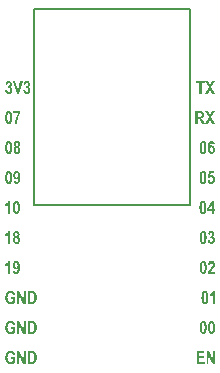
<source format=gbr>
%TF.GenerationSoftware,Altium Limited,Altium Designer,20.1.8 (145)*%
G04 Layer_Color=16777215*
%FSLAX45Y45*%
%MOMM*%
%TF.SameCoordinates,58819124-5082-48BE-93C4-8F50621AB512*%
%TF.FilePolarity,Positive*%
%TF.FileFunction,Legend,Top*%
%TF.Part,Single*%
G01*
G75*
%TA.AperFunction,NonConductor*%
%ADD20C,0.12700*%
G36*
X11033488Y5532261D02*
X11015205D01*
X10979124Y5603452D01*
Y5532261D01*
X10962297D01*
Y5641636D01*
X10979771D01*
X11016661Y5568503D01*
Y5641636D01*
X11033488D01*
Y5532261D01*
D02*
G37*
G36*
X10944984Y5623191D02*
X10896445D01*
Y5598921D01*
X10941587D01*
Y5580477D01*
X10896445D01*
Y5550706D01*
X10946602D01*
Y5532261D01*
X10878324D01*
Y5641636D01*
X10944984D01*
Y5623191D01*
D02*
G37*
G36*
X11006306Y5897578D02*
X11007438Y5897416D01*
X11008733Y5897092D01*
X11011807Y5896122D01*
X11013425Y5895474D01*
X11015205Y5894665D01*
X11016823Y5893695D01*
X11018603Y5892562D01*
X11020382Y5891106D01*
X11022162Y5889326D01*
X11023780Y5887546D01*
X11025398Y5885281D01*
X11025560Y5885119D01*
X11025722Y5884634D01*
X11026207Y5883987D01*
X11026692Y5882854D01*
X11027340Y5881398D01*
X11027987Y5879780D01*
X11028634Y5877677D01*
X11029443Y5875250D01*
X11030252Y5872337D01*
X11030899Y5869263D01*
X11031546Y5865704D01*
X11032194Y5861659D01*
X11032679Y5857452D01*
X11033164Y5852598D01*
X11033326Y5847582D01*
X11033488Y5841919D01*
Y5841757D01*
Y5841596D01*
Y5841110D01*
Y5840625D01*
Y5839007D01*
X11033326Y5836903D01*
Y5834315D01*
X11033003Y5831564D01*
X11032841Y5828328D01*
X11032517Y5824930D01*
X11031546Y5817811D01*
X11030090Y5810530D01*
X11029119Y5807133D01*
X11028149Y5804058D01*
X11026854Y5801146D01*
X11025398Y5798557D01*
X11025236Y5798396D01*
X11025074Y5798072D01*
X11024589Y5797425D01*
X11023942Y5796616D01*
X11023133Y5795645D01*
X11022162Y5794674D01*
X11019735Y5792409D01*
X11016661Y5790144D01*
X11013101Y5788202D01*
X11011160Y5787393D01*
X11009056Y5786746D01*
X11006791Y5786423D01*
X11004364Y5786261D01*
X11003717D01*
X11003070Y5786423D01*
X11002261D01*
X11001128Y5786584D01*
X10999834Y5786908D01*
X10996760Y5787717D01*
X10995142Y5788364D01*
X10993362Y5789173D01*
X10991744Y5790144D01*
X10989964Y5791438D01*
X10988185Y5792733D01*
X10986405Y5794351D01*
X10984787Y5796292D01*
X10983169Y5798396D01*
X10983007Y5798557D01*
X10982845Y5799043D01*
X10982522Y5799690D01*
X10981874Y5800823D01*
X10981389Y5802279D01*
X10980742Y5803897D01*
X10979933Y5806000D01*
X10979286Y5808427D01*
X10978477Y5811339D01*
X10977829Y5814414D01*
X10977020Y5817973D01*
X10976535Y5822018D01*
X10976050Y5826387D01*
X10975564Y5831241D01*
X10975402Y5836418D01*
X10975241Y5842081D01*
Y5842243D01*
Y5842405D01*
Y5842890D01*
Y5843375D01*
Y5844993D01*
X10975402Y5847097D01*
X10975564Y5849524D01*
X10975726Y5852436D01*
X10975888Y5855672D01*
X10976211Y5859070D01*
X10977182Y5866189D01*
X10978638Y5873308D01*
X10979447Y5876706D01*
X10980580Y5879780D01*
X10981713Y5882692D01*
X10983169Y5885281D01*
X10983331Y5885443D01*
X10983492Y5885766D01*
X10983978Y5886414D01*
X10984625Y5887223D01*
X10985434Y5888193D01*
X10986405Y5889164D01*
X10988832Y5891591D01*
X10991906Y5893856D01*
X10995465Y5895798D01*
X10997407Y5896607D01*
X10999510Y5897254D01*
X11001776Y5897578D01*
X11004203Y5897740D01*
X11005497D01*
X11006306Y5897578D01*
D02*
G37*
G36*
X10936571D02*
X10937704Y5897416D01*
X10938998Y5897092D01*
X10942072Y5896122D01*
X10943690Y5895474D01*
X10945470Y5894665D01*
X10947088Y5893695D01*
X10948868Y5892562D01*
X10950647Y5891106D01*
X10952427Y5889326D01*
X10954045Y5887546D01*
X10955663Y5885281D01*
X10955825Y5885119D01*
X10955987Y5884634D01*
X10956472Y5883987D01*
X10956958Y5882854D01*
X10957605Y5881398D01*
X10958252Y5879780D01*
X10958899Y5877677D01*
X10959708Y5875250D01*
X10960517Y5872337D01*
X10961164Y5869263D01*
X10961811Y5865704D01*
X10962459Y5861659D01*
X10962944Y5857452D01*
X10963429Y5852598D01*
X10963591Y5847582D01*
X10963753Y5841919D01*
Y5841757D01*
Y5841596D01*
Y5841110D01*
Y5840625D01*
Y5839007D01*
X10963591Y5836903D01*
Y5834315D01*
X10963268Y5831564D01*
X10963106Y5828328D01*
X10962782Y5824930D01*
X10961811Y5817811D01*
X10960355Y5810530D01*
X10959384Y5807133D01*
X10958414Y5804058D01*
X10957119Y5801146D01*
X10955663Y5798557D01*
X10955501Y5798396D01*
X10955340Y5798072D01*
X10954854Y5797425D01*
X10954207Y5796616D01*
X10953398Y5795645D01*
X10952427Y5794674D01*
X10950000Y5792409D01*
X10946926Y5790144D01*
X10943366Y5788202D01*
X10941425Y5787393D01*
X10939322Y5786746D01*
X10937056Y5786423D01*
X10934629Y5786261D01*
X10933982D01*
X10933335Y5786423D01*
X10932526D01*
X10931393Y5786584D01*
X10930099Y5786908D01*
X10927025Y5787717D01*
X10925407Y5788364D01*
X10923627Y5789173D01*
X10922009Y5790144D01*
X10920229Y5791438D01*
X10918450Y5792733D01*
X10916670Y5794351D01*
X10915052Y5796292D01*
X10913434Y5798396D01*
X10913272Y5798557D01*
X10913110Y5799043D01*
X10912787Y5799690D01*
X10912139Y5800823D01*
X10911654Y5802279D01*
X10911007Y5803897D01*
X10910198Y5806000D01*
X10909551Y5808427D01*
X10908742Y5811339D01*
X10908095Y5814414D01*
X10907286Y5817973D01*
X10906800Y5822018D01*
X10906315Y5826387D01*
X10905829Y5831241D01*
X10905668Y5836418D01*
X10905506Y5842081D01*
Y5842243D01*
Y5842405D01*
Y5842890D01*
Y5843375D01*
Y5844993D01*
X10905668Y5847097D01*
X10905829Y5849524D01*
X10905991Y5852436D01*
X10906153Y5855672D01*
X10906477Y5859070D01*
X10907447Y5866189D01*
X10908904Y5873308D01*
X10909712Y5876706D01*
X10910845Y5879780D01*
X10911978Y5882692D01*
X10913434Y5885281D01*
X10913596Y5885443D01*
X10913757Y5885766D01*
X10914243Y5886414D01*
X10914890Y5887223D01*
X10915699Y5888193D01*
X10916670Y5889164D01*
X10919097Y5891591D01*
X10922171Y5893856D01*
X10925730Y5895798D01*
X10927672Y5896607D01*
X10929775Y5897254D01*
X10932041Y5897578D01*
X10934468Y5897740D01*
X10935762D01*
X10936571Y5897578D01*
D02*
G37*
G36*
X11033488Y6042040D02*
X11016176D01*
Y6121160D01*
X11016014Y6120998D01*
X11015690Y6120674D01*
X11015205Y6120189D01*
X11014396Y6119380D01*
X11013587Y6118571D01*
X11012454Y6117438D01*
X11011160Y6116306D01*
X11009704Y6115173D01*
X11006468Y6112584D01*
X11002746Y6109834D01*
X10998378Y6107407D01*
X10993847Y6105304D01*
Y6124396D01*
X10994009D01*
X10994171Y6124557D01*
X10995142Y6124881D01*
X10996436Y6125690D01*
X10998378Y6126661D01*
X11000643Y6128117D01*
X11003070Y6129897D01*
X11005821Y6132000D01*
X11008733Y6134589D01*
X11008895Y6134751D01*
X11009056Y6134913D01*
X11010027Y6135883D01*
X11011322Y6137501D01*
X11012940Y6139605D01*
X11014719Y6142032D01*
X11016499Y6144944D01*
X11018117Y6148180D01*
X11019412Y6151740D01*
X11033488D01*
Y6042040D01*
D02*
G37*
G36*
X10950647Y6151578D02*
X10951780Y6151416D01*
X10953074Y6151092D01*
X10956149Y6150122D01*
X10957767Y6149474D01*
X10959546Y6148665D01*
X10961164Y6147695D01*
X10962944Y6146562D01*
X10964724Y6145106D01*
X10966504Y6143326D01*
X10968122Y6141546D01*
X10969740Y6139281D01*
X10969901Y6139119D01*
X10970063Y6138634D01*
X10970549Y6137987D01*
X10971034Y6136854D01*
X10971681Y6135398D01*
X10972328Y6133780D01*
X10972976Y6131677D01*
X10973785Y6129250D01*
X10974593Y6126337D01*
X10975241Y6123263D01*
X10975888Y6119704D01*
X10976535Y6115659D01*
X10977020Y6111452D01*
X10977506Y6106598D01*
X10977668Y6101582D01*
X10977829Y6095919D01*
Y6095757D01*
Y6095596D01*
Y6095110D01*
Y6094625D01*
Y6093007D01*
X10977668Y6090903D01*
Y6088315D01*
X10977344Y6085564D01*
X10977182Y6082328D01*
X10976859Y6078930D01*
X10975888Y6071811D01*
X10974432Y6064530D01*
X10973461Y6061133D01*
X10972490Y6058058D01*
X10971196Y6055146D01*
X10969740Y6052557D01*
X10969578Y6052396D01*
X10969416Y6052072D01*
X10968931Y6051425D01*
X10968283Y6050616D01*
X10967474Y6049645D01*
X10966504Y6048674D01*
X10964077Y6046409D01*
X10961002Y6044144D01*
X10957443Y6042202D01*
X10955501Y6041393D01*
X10953398Y6040746D01*
X10951133Y6040423D01*
X10948706Y6040261D01*
X10948059D01*
X10947411Y6040423D01*
X10946602D01*
X10945470Y6040584D01*
X10944175Y6040908D01*
X10941101Y6041717D01*
X10939483Y6042364D01*
X10937704Y6043173D01*
X10936086Y6044144D01*
X10934306Y6045438D01*
X10932526Y6046733D01*
X10930746Y6048351D01*
X10929128Y6050292D01*
X10927510Y6052396D01*
X10927348Y6052557D01*
X10927187Y6053043D01*
X10926863Y6053690D01*
X10926216Y6054823D01*
X10925730Y6056279D01*
X10925083Y6057897D01*
X10924274Y6060000D01*
X10923627Y6062427D01*
X10922818Y6065339D01*
X10922171Y6068414D01*
X10921362Y6071973D01*
X10920877Y6076018D01*
X10920391Y6080387D01*
X10919906Y6085241D01*
X10919744Y6090418D01*
X10919582Y6096081D01*
Y6096243D01*
Y6096405D01*
Y6096890D01*
Y6097375D01*
Y6098993D01*
X10919744Y6101097D01*
X10919906Y6103524D01*
X10920068Y6106436D01*
X10920229Y6109672D01*
X10920553Y6113070D01*
X10921524Y6120189D01*
X10922980Y6127308D01*
X10923789Y6130706D01*
X10924922Y6133780D01*
X10926054Y6136692D01*
X10927510Y6139281D01*
X10927672Y6139443D01*
X10927834Y6139766D01*
X10928319Y6140414D01*
X10928966Y6141223D01*
X10929775Y6142193D01*
X10930746Y6143164D01*
X10933173Y6145591D01*
X10936247Y6147856D01*
X10939807Y6149798D01*
X10941748Y6150607D01*
X10943852Y6151254D01*
X10946117Y6151578D01*
X10948544Y6151740D01*
X10949838D01*
X10950647Y6151578D01*
D02*
G37*
G36*
X11007115Y6405578D02*
X11008409Y6405416D01*
X11009704Y6405254D01*
X11012940Y6404607D01*
X11016337Y6403474D01*
X11018117Y6402827D01*
X11019897Y6401856D01*
X11021677Y6400724D01*
X11023295Y6399591D01*
X11024751Y6398135D01*
X11026207Y6396517D01*
X11026369Y6396355D01*
X11026531Y6396032D01*
X11026854Y6395546D01*
X11027340Y6394899D01*
X11027825Y6394090D01*
X11028472Y6392957D01*
X11029928Y6390369D01*
X11031223Y6387295D01*
X11032355Y6383735D01*
X11033164Y6379852D01*
X11033488Y6377748D01*
Y6375483D01*
Y6375160D01*
Y6374351D01*
X11033326Y6373056D01*
Y6371277D01*
X11033003Y6369335D01*
X11032679Y6367070D01*
X11032194Y6364805D01*
X11031546Y6362378D01*
Y6362054D01*
X11031223Y6361245D01*
X11030737Y6360113D01*
X11030252Y6358495D01*
X11029443Y6356553D01*
X11028472Y6354450D01*
X11027178Y6352184D01*
X11025883Y6349757D01*
X11025722Y6349434D01*
X11025236Y6348625D01*
X11024265Y6347169D01*
X11022971Y6345389D01*
X11021191Y6342962D01*
X11018926Y6340211D01*
X11016337Y6336975D01*
X11013263Y6333416D01*
X11013101Y6333254D01*
X11012940Y6333092D01*
X11012454Y6332607D01*
X11011969Y6331960D01*
X11010513Y6330342D01*
X11008895Y6328400D01*
X11007115Y6326297D01*
X11005335Y6324355D01*
X11003879Y6322575D01*
X11002746Y6321119D01*
X11002585Y6320957D01*
X11002423Y6320634D01*
X11001937Y6319987D01*
X11001452Y6319339D01*
X11000319Y6317560D01*
X10999187Y6315456D01*
X11033488D01*
Y6296040D01*
X10973137D01*
Y6296202D01*
Y6296526D01*
X10973299Y6297173D01*
Y6297982D01*
X10973461Y6298953D01*
X10973785Y6300085D01*
X10974270Y6302836D01*
X10974917Y6305910D01*
X10976050Y6309470D01*
X10977344Y6313191D01*
X10978962Y6316912D01*
Y6317074D01*
X10979286Y6317398D01*
X10979447Y6317883D01*
X10979933Y6318692D01*
X10980580Y6319663D01*
X10981227Y6320957D01*
X10982198Y6322252D01*
X10983331Y6323870D01*
X10984463Y6325650D01*
X10985919Y6327591D01*
X10987376Y6329694D01*
X10989155Y6332121D01*
X10991097Y6334548D01*
X10993362Y6337137D01*
X10995627Y6340050D01*
X10998216Y6342962D01*
X10998378Y6343124D01*
X10998701Y6343609D01*
X10999349Y6344256D01*
X10999996Y6345065D01*
X11000967Y6346036D01*
X11001937Y6347330D01*
X11004203Y6350081D01*
X11006629Y6352993D01*
X11008895Y6355744D01*
X11010836Y6358333D01*
X11011645Y6359465D01*
X11012292Y6360436D01*
X11012454Y6360760D01*
X11012940Y6361569D01*
X11013587Y6362863D01*
X11014234Y6364643D01*
X11014881Y6366584D01*
X11015528Y6368850D01*
X11016014Y6371277D01*
X11016176Y6373704D01*
Y6373865D01*
Y6374027D01*
Y6374836D01*
X11016014Y6376131D01*
X11015852Y6377748D01*
X11015367Y6379528D01*
X11014881Y6381308D01*
X11014072Y6383088D01*
X11012940Y6384544D01*
X11012778Y6384706D01*
X11012292Y6385191D01*
X11011645Y6385677D01*
X11010674Y6386486D01*
X11009542Y6387133D01*
X11008086Y6387618D01*
X11006306Y6388104D01*
X11004526Y6388265D01*
X11004041D01*
X11003394Y6388104D01*
X11002746Y6387942D01*
X11000805Y6387295D01*
X10999834Y6386809D01*
X10998701Y6386162D01*
X10997569Y6385191D01*
X10996436Y6384059D01*
X10995465Y6382764D01*
X10994495Y6380984D01*
X10993686Y6379043D01*
X10993038Y6376778D01*
X10992553Y6374189D01*
X10992229Y6371115D01*
X10975079Y6373380D01*
Y6373542D01*
X10975241Y6374189D01*
Y6374998D01*
X10975402Y6376131D01*
X10975726Y6377425D01*
X10975888Y6379043D01*
X10976373Y6380823D01*
X10976859Y6382764D01*
X10977991Y6386647D01*
X10979609Y6390692D01*
X10981713Y6394575D01*
X10982845Y6396193D01*
X10984301Y6397811D01*
X10984463Y6397973D01*
X10984625Y6398135D01*
X10985110Y6398620D01*
X10985758Y6399106D01*
X10986567Y6399591D01*
X10987376Y6400400D01*
X10989803Y6401856D01*
X10992715Y6403313D01*
X10996274Y6404445D01*
X11000319Y6405416D01*
X11002585Y6405578D01*
X11004850Y6405740D01*
X11006144D01*
X11007115Y6405578D01*
D02*
G37*
G36*
X10936733D02*
X10937865Y6405416D01*
X10939160Y6405092D01*
X10942234Y6404122D01*
X10943852Y6403474D01*
X10945632Y6402665D01*
X10947250Y6401695D01*
X10949029Y6400562D01*
X10950809Y6399106D01*
X10952589Y6397326D01*
X10954207Y6395546D01*
X10955825Y6393281D01*
X10955987Y6393119D01*
X10956149Y6392634D01*
X10956634Y6391987D01*
X10957119Y6390854D01*
X10957767Y6389398D01*
X10958414Y6387780D01*
X10959061Y6385677D01*
X10959870Y6383250D01*
X10960679Y6380337D01*
X10961326Y6377263D01*
X10961973Y6373704D01*
X10962620Y6369659D01*
X10963106Y6365452D01*
X10963591Y6360598D01*
X10963753Y6355582D01*
X10963915Y6349919D01*
Y6349757D01*
Y6349596D01*
Y6349110D01*
Y6348625D01*
Y6347007D01*
X10963753Y6344903D01*
Y6342315D01*
X10963429Y6339564D01*
X10963268Y6336328D01*
X10962944Y6332930D01*
X10961973Y6325811D01*
X10960517Y6318530D01*
X10959546Y6315133D01*
X10958575Y6312058D01*
X10957281Y6309146D01*
X10955825Y6306557D01*
X10955663Y6306396D01*
X10955501Y6306072D01*
X10955016Y6305425D01*
X10954369Y6304616D01*
X10953560Y6303645D01*
X10952589Y6302674D01*
X10950162Y6300409D01*
X10947088Y6298144D01*
X10943528Y6296202D01*
X10941587Y6295393D01*
X10939483Y6294746D01*
X10937218Y6294423D01*
X10934791Y6294261D01*
X10934144D01*
X10933497Y6294423D01*
X10932688D01*
X10931555Y6294584D01*
X10930261Y6294908D01*
X10927187Y6295717D01*
X10925569Y6296364D01*
X10923789Y6297173D01*
X10922171Y6298144D01*
X10920391Y6299438D01*
X10918611Y6300733D01*
X10916832Y6302351D01*
X10915214Y6304292D01*
X10913596Y6306396D01*
X10913434Y6306557D01*
X10913272Y6307043D01*
X10912948Y6307690D01*
X10912301Y6308823D01*
X10911816Y6310279D01*
X10911169Y6311897D01*
X10910360Y6314000D01*
X10909712Y6316427D01*
X10908904Y6319339D01*
X10908256Y6322414D01*
X10907447Y6325973D01*
X10906962Y6330018D01*
X10906477Y6334387D01*
X10905991Y6339241D01*
X10905829Y6344418D01*
X10905668Y6350081D01*
Y6350243D01*
Y6350405D01*
Y6350890D01*
Y6351375D01*
Y6352993D01*
X10905829Y6355097D01*
X10905991Y6357524D01*
X10906153Y6360436D01*
X10906315Y6363672D01*
X10906638Y6367070D01*
X10907609Y6374189D01*
X10909065Y6381308D01*
X10909874Y6384706D01*
X10911007Y6387780D01*
X10912139Y6390692D01*
X10913596Y6393281D01*
X10913757Y6393443D01*
X10913919Y6393766D01*
X10914405Y6394414D01*
X10915052Y6395223D01*
X10915861Y6396193D01*
X10916832Y6397164D01*
X10919259Y6399591D01*
X10922333Y6401856D01*
X10925892Y6403798D01*
X10927834Y6404607D01*
X10929937Y6405254D01*
X10932202Y6405578D01*
X10934629Y6405740D01*
X10935924D01*
X10936733Y6405578D01*
D02*
G37*
G36*
X11004850Y6659578D02*
X11005821Y6659416D01*
X11006953Y6659254D01*
X11009865Y6658607D01*
X11012940Y6657636D01*
X11016176Y6656018D01*
X11017794Y6655047D01*
X11019412Y6653915D01*
X11020868Y6652620D01*
X11022324Y6651002D01*
X11022486Y6650841D01*
X11022647Y6650679D01*
X11022971Y6650193D01*
X11023456Y6649546D01*
X11023942Y6648737D01*
X11024589Y6647766D01*
X11026045Y6645340D01*
X11027340Y6642427D01*
X11028472Y6639191D01*
X11029281Y6635632D01*
X11029605Y6633690D01*
Y6631748D01*
Y6631425D01*
Y6630616D01*
X11029443Y6629160D01*
X11029119Y6627542D01*
X11028796Y6625438D01*
X11028149Y6623335D01*
X11027340Y6621070D01*
X11026207Y6618805D01*
X11026045Y6618481D01*
X11025560Y6617834D01*
X11024913Y6616863D01*
X11023780Y6615407D01*
X11022486Y6613951D01*
X11020706Y6612171D01*
X11018764Y6610391D01*
X11016499Y6608773D01*
X11016661D01*
X11016823Y6608611D01*
X11017794Y6608288D01*
X11019088Y6607802D01*
X11020868Y6606993D01*
X11022809Y6605699D01*
X11024751Y6604243D01*
X11026692Y6602301D01*
X11028634Y6599874D01*
X11028796Y6599551D01*
X11029443Y6598580D01*
X11030252Y6597124D01*
X11031061Y6595182D01*
X11032032Y6592755D01*
X11032679Y6589843D01*
X11033326Y6586445D01*
X11033488Y6582724D01*
Y6582562D01*
Y6582076D01*
Y6581268D01*
X11033326Y6580297D01*
X11033164Y6579002D01*
X11033003Y6577546D01*
X11032679Y6575928D01*
X11032355Y6573987D01*
X11031223Y6570103D01*
X11029605Y6566058D01*
X11028634Y6563955D01*
X11027501Y6561852D01*
X11026045Y6559910D01*
X11024427Y6557969D01*
X11024265Y6557807D01*
X11024104Y6557483D01*
X11023456Y6556998D01*
X11022809Y6556512D01*
X11022000Y6555703D01*
X11021030Y6554894D01*
X11018441Y6553115D01*
X11015367Y6551335D01*
X11011807Y6549717D01*
X11009704Y6549232D01*
X11007600Y6548746D01*
X11005497Y6548423D01*
X11003232Y6548261D01*
X11002099D01*
X11001290Y6548423D01*
X11000319Y6548584D01*
X10999025Y6548746D01*
X10996274Y6549232D01*
X10993200Y6550202D01*
X10989803Y6551820D01*
X10988023Y6552629D01*
X10986405Y6553762D01*
X10984787Y6555056D01*
X10983169Y6556512D01*
X10983007Y6556674D01*
X10982845Y6556836D01*
X10982360Y6557321D01*
X10981874Y6557969D01*
X10981227Y6558939D01*
X10980580Y6559910D01*
X10979771Y6561043D01*
X10978962Y6562499D01*
X10978153Y6563955D01*
X10977344Y6565735D01*
X10976535Y6567515D01*
X10975726Y6569618D01*
X10974593Y6573987D01*
X10973785Y6579164D01*
X10990450Y6581591D01*
Y6581429D01*
Y6581268D01*
X10990611Y6580297D01*
X10990773Y6579002D01*
X10991259Y6577223D01*
X10991744Y6575281D01*
X10992553Y6573339D01*
X10993524Y6571398D01*
X10994656Y6569780D01*
X10994818Y6569618D01*
X10995304Y6569133D01*
X10996113Y6568485D01*
X10997083Y6567838D01*
X10998216Y6567029D01*
X10999672Y6566382D01*
X11001290Y6565897D01*
X11003070Y6565735D01*
X11004041D01*
X11005012Y6566058D01*
X11006144Y6566382D01*
X11007600Y6566867D01*
X11009218Y6567676D01*
X11010674Y6568809D01*
X11012131Y6570427D01*
X11012292Y6570589D01*
X11012778Y6571398D01*
X11013263Y6572369D01*
X11014072Y6573987D01*
X11014719Y6575766D01*
X11015205Y6578193D01*
X11015690Y6580782D01*
X11015852Y6583856D01*
Y6584018D01*
Y6584180D01*
Y6585151D01*
X11015690Y6586607D01*
X11015367Y6588387D01*
X11015043Y6590328D01*
X11014396Y6592432D01*
X11013425Y6594535D01*
X11012292Y6596315D01*
X11012131Y6596477D01*
X11011645Y6597124D01*
X11010836Y6597771D01*
X11009865Y6598742D01*
X11008571Y6599551D01*
X11007115Y6600360D01*
X11005497Y6600845D01*
X11003717Y6601007D01*
X11002423D01*
X11001614Y6600845D01*
X11000481Y6600683D01*
X10999025Y6600360D01*
X10997569Y6599874D01*
X10995951Y6599389D01*
X10997731Y6616539D01*
X10998863D01*
X11000158Y6616701D01*
X11001614Y6616863D01*
X11003394Y6617348D01*
X11005173Y6617834D01*
X11006791Y6618805D01*
X11008409Y6619937D01*
X11008571Y6620099D01*
X11009056Y6620584D01*
X11009704Y6621555D01*
X11010351Y6622688D01*
X11010998Y6624144D01*
X11011645Y6625924D01*
X11012131Y6628027D01*
X11012292Y6630454D01*
Y6630778D01*
Y6631425D01*
X11012131Y6632396D01*
X11011969Y6633690D01*
X11011645Y6634984D01*
X11010998Y6636441D01*
X11010351Y6637897D01*
X11009380Y6639191D01*
X11009218Y6639353D01*
X11008895Y6639677D01*
X11008247Y6640162D01*
X11007438Y6640809D01*
X11006468Y6641456D01*
X11005173Y6641942D01*
X11003717Y6642265D01*
X11002099Y6642427D01*
X11001452D01*
X11000481Y6642265D01*
X10999510Y6641942D01*
X10998378Y6641456D01*
X10997083Y6640809D01*
X10995789Y6640000D01*
X10994495Y6638706D01*
X10994333Y6638544D01*
X10994009Y6638059D01*
X10993524Y6637088D01*
X10992877Y6635955D01*
X10992229Y6634499D01*
X10991582Y6632557D01*
X10991097Y6630454D01*
X10990773Y6627865D01*
X10974917Y6631101D01*
Y6631263D01*
X10975079Y6631748D01*
X10975241Y6632557D01*
X10975402Y6633528D01*
X10975726Y6634823D01*
X10976050Y6636117D01*
X10977020Y6639353D01*
X10978315Y6642913D01*
X10979933Y6646472D01*
X10982036Y6649870D01*
X10983169Y6651488D01*
X10984463Y6652782D01*
X10984625Y6652944D01*
X10984787Y6653106D01*
X10985758Y6653915D01*
X10987376Y6655047D01*
X10989479Y6656342D01*
X10992068Y6657474D01*
X10995304Y6658607D01*
X10998863Y6659416D01*
X11000805Y6659740D01*
X11003879D01*
X11004850Y6659578D01*
D02*
G37*
G36*
X10935762D02*
X10936895Y6659416D01*
X10938189Y6659092D01*
X10941263Y6658122D01*
X10942881Y6657474D01*
X10944661Y6656665D01*
X10946279Y6655695D01*
X10948059Y6654562D01*
X10949838Y6653106D01*
X10951618Y6651326D01*
X10953236Y6649546D01*
X10954854Y6647281D01*
X10955016Y6647119D01*
X10955178Y6646634D01*
X10955663Y6645987D01*
X10956149Y6644854D01*
X10956796Y6643398D01*
X10957443Y6641780D01*
X10958090Y6639677D01*
X10958899Y6637250D01*
X10959708Y6634337D01*
X10960355Y6631263D01*
X10961002Y6627704D01*
X10961650Y6623659D01*
X10962135Y6619452D01*
X10962620Y6614598D01*
X10962782Y6609582D01*
X10962944Y6603919D01*
Y6603757D01*
Y6603596D01*
Y6603110D01*
Y6602625D01*
Y6601007D01*
X10962782Y6598903D01*
Y6596315D01*
X10962459Y6593564D01*
X10962297Y6590328D01*
X10961973Y6586930D01*
X10961002Y6579811D01*
X10959546Y6572530D01*
X10958575Y6569133D01*
X10957605Y6566058D01*
X10956310Y6563146D01*
X10954854Y6560557D01*
X10954692Y6560396D01*
X10954531Y6560072D01*
X10954045Y6559425D01*
X10953398Y6558616D01*
X10952589Y6557645D01*
X10951618Y6556674D01*
X10949191Y6554409D01*
X10946117Y6552144D01*
X10942557Y6550202D01*
X10940616Y6549393D01*
X10938513Y6548746D01*
X10936247Y6548423D01*
X10933820Y6548261D01*
X10933173D01*
X10932526Y6548423D01*
X10931717D01*
X10930584Y6548584D01*
X10929290Y6548908D01*
X10926216Y6549717D01*
X10924598Y6550364D01*
X10922818Y6551173D01*
X10921200Y6552144D01*
X10919420Y6553438D01*
X10917641Y6554733D01*
X10915861Y6556351D01*
X10914243Y6558292D01*
X10912625Y6560396D01*
X10912463Y6560557D01*
X10912301Y6561043D01*
X10911978Y6561690D01*
X10911330Y6562823D01*
X10910845Y6564279D01*
X10910198Y6565897D01*
X10909389Y6568000D01*
X10908742Y6570427D01*
X10907933Y6573339D01*
X10907286Y6576414D01*
X10906477Y6579973D01*
X10905991Y6584018D01*
X10905506Y6588387D01*
X10905020Y6593241D01*
X10904859Y6598418D01*
X10904697Y6604081D01*
Y6604243D01*
Y6604405D01*
Y6604890D01*
Y6605375D01*
Y6606993D01*
X10904859Y6609097D01*
X10905020Y6611524D01*
X10905182Y6614436D01*
X10905344Y6617672D01*
X10905668Y6621070D01*
X10906638Y6628189D01*
X10908095Y6635308D01*
X10908904Y6638706D01*
X10910036Y6641780D01*
X10911169Y6644692D01*
X10912625Y6647281D01*
X10912787Y6647443D01*
X10912948Y6647766D01*
X10913434Y6648414D01*
X10914081Y6649223D01*
X10914890Y6650193D01*
X10915861Y6651164D01*
X10918288Y6653591D01*
X10921362Y6655856D01*
X10924922Y6657798D01*
X10926863Y6658607D01*
X10928966Y6659254D01*
X10931232Y6659578D01*
X10933659Y6659740D01*
X10934953D01*
X10935762Y6659578D01*
D02*
G37*
G36*
X11022324Y6844490D02*
X11033488D01*
Y6826045D01*
X11022324D01*
Y6804040D01*
X11005659D01*
Y6826045D01*
X10968931D01*
Y6844328D01*
X11007762Y6913740D01*
X11022324D01*
Y6844490D01*
D02*
G37*
G36*
X10933335Y6913578D02*
X10934468Y6913416D01*
X10935762Y6913092D01*
X10938836Y6912122D01*
X10940454Y6911474D01*
X10942234Y6910665D01*
X10943852Y6909695D01*
X10945632Y6908562D01*
X10947411Y6907106D01*
X10949191Y6905326D01*
X10950809Y6903546D01*
X10952427Y6901281D01*
X10952589Y6901119D01*
X10952751Y6900634D01*
X10953236Y6899987D01*
X10953722Y6898854D01*
X10954369Y6897398D01*
X10955016Y6895780D01*
X10955663Y6893677D01*
X10956472Y6891250D01*
X10957281Y6888337D01*
X10957928Y6885263D01*
X10958575Y6881704D01*
X10959223Y6877659D01*
X10959708Y6873452D01*
X10960193Y6868598D01*
X10960355Y6863582D01*
X10960517Y6857919D01*
Y6857757D01*
Y6857596D01*
Y6857110D01*
Y6856625D01*
Y6855007D01*
X10960355Y6852903D01*
Y6850315D01*
X10960032Y6847564D01*
X10959870Y6844328D01*
X10959546Y6840930D01*
X10958575Y6833811D01*
X10957119Y6826530D01*
X10956149Y6823133D01*
X10955178Y6820058D01*
X10953883Y6817146D01*
X10952427Y6814557D01*
X10952265Y6814396D01*
X10952104Y6814072D01*
X10951618Y6813425D01*
X10950971Y6812616D01*
X10950162Y6811645D01*
X10949191Y6810674D01*
X10946764Y6808409D01*
X10943690Y6806144D01*
X10940131Y6804202D01*
X10938189Y6803393D01*
X10936086Y6802746D01*
X10933820Y6802423D01*
X10931393Y6802261D01*
X10930746D01*
X10930099Y6802423D01*
X10929290D01*
X10928157Y6802584D01*
X10926863Y6802908D01*
X10923789Y6803717D01*
X10922171Y6804364D01*
X10920391Y6805173D01*
X10918773Y6806144D01*
X10916993Y6807438D01*
X10915214Y6808733D01*
X10913434Y6810351D01*
X10911816Y6812292D01*
X10910198Y6814396D01*
X10910036Y6814557D01*
X10909874Y6815043D01*
X10909551Y6815690D01*
X10908904Y6816823D01*
X10908418Y6818279D01*
X10907771Y6819897D01*
X10906962Y6822000D01*
X10906315Y6824427D01*
X10905506Y6827339D01*
X10904859Y6830414D01*
X10904050Y6833973D01*
X10903564Y6838018D01*
X10903079Y6842387D01*
X10902593Y6847241D01*
X10902432Y6852418D01*
X10902270Y6858081D01*
Y6858243D01*
Y6858405D01*
Y6858890D01*
Y6859375D01*
Y6860993D01*
X10902432Y6863097D01*
X10902593Y6865524D01*
X10902755Y6868436D01*
X10902917Y6871672D01*
X10903241Y6875070D01*
X10904211Y6882189D01*
X10905668Y6889308D01*
X10906477Y6892706D01*
X10907609Y6895780D01*
X10908742Y6898692D01*
X10910198Y6901281D01*
X10910360Y6901443D01*
X10910521Y6901766D01*
X10911007Y6902414D01*
X10911654Y6903223D01*
X10912463Y6904193D01*
X10913434Y6905164D01*
X10915861Y6907591D01*
X10918935Y6909856D01*
X10922495Y6911798D01*
X10924436Y6912607D01*
X10926539Y6913254D01*
X10928805Y6913578D01*
X10931232Y6913740D01*
X10932526D01*
X10933335Y6913578D01*
D02*
G37*
G36*
X11029443Y7146382D02*
X10997083D01*
X10994171Y7127614D01*
X10994495Y7127775D01*
X10995142Y7128261D01*
X10996274Y7128746D01*
X10997892Y7129555D01*
X10999672Y7130202D01*
X11001614Y7130688D01*
X11003717Y7131173D01*
X11005982Y7131335D01*
X11006953D01*
X11007762Y7131173D01*
X11008733Y7131011D01*
X11009704Y7130850D01*
X11012292Y7130364D01*
X11015043Y7129232D01*
X11018117Y7127775D01*
X11019735Y7126805D01*
X11021191Y7125672D01*
X11022647Y7124378D01*
X11024104Y7122921D01*
X11024265Y7122760D01*
X11024589Y7122436D01*
X11024913Y7121789D01*
X11025560Y7120980D01*
X11026207Y7119847D01*
X11027016Y7118553D01*
X11027987Y7117097D01*
X11028796Y7115479D01*
X11029605Y7113537D01*
X11030576Y7111434D01*
X11031385Y7109007D01*
X11032032Y7106580D01*
X11032679Y7103829D01*
X11033164Y7101079D01*
X11033326Y7098005D01*
X11033488Y7094769D01*
Y7094607D01*
Y7094121D01*
Y7093312D01*
X11033326Y7092342D01*
Y7091047D01*
X11033003Y7089591D01*
X11032841Y7087973D01*
X11032517Y7086032D01*
X11031546Y7081987D01*
X11030090Y7077456D01*
X11029119Y7075191D01*
X11028149Y7072926D01*
X11026854Y7070499D01*
X11025398Y7068234D01*
X11025236Y7068072D01*
X11025074Y7067748D01*
X11024589Y7067101D01*
X11023942Y7066292D01*
X11023133Y7065483D01*
X11022162Y7064512D01*
X11020868Y7063380D01*
X11019573Y7062247D01*
X11018117Y7061115D01*
X11016337Y7059982D01*
X11014558Y7059011D01*
X11012454Y7058202D01*
X11010351Y7057393D01*
X11007924Y7056746D01*
X11005497Y7056423D01*
X11002746Y7056261D01*
X11001614D01*
X11000805Y7056423D01*
X10999834D01*
X10998540Y7056746D01*
X10995789Y7057232D01*
X10992715Y7058202D01*
X10989317Y7059497D01*
X10986081Y7061438D01*
X10984463Y7062733D01*
X10982845Y7064027D01*
X10982683Y7064189D01*
X10982522Y7064351D01*
X10982036Y7064836D01*
X10981551Y7065483D01*
X10980904Y7066292D01*
X10980256Y7067263D01*
X10979447Y7068396D01*
X10978638Y7069690D01*
X10977829Y7071146D01*
X10977020Y7072926D01*
X10976211Y7074706D01*
X10975402Y7076647D01*
X10974755Y7078751D01*
X10974108Y7081178D01*
X10973299Y7086193D01*
X10990450Y7088459D01*
Y7088135D01*
X10990611Y7087326D01*
X10990935Y7085870D01*
X10991259Y7084252D01*
X10991744Y7082472D01*
X10992553Y7080692D01*
X10993524Y7078751D01*
X10994818Y7077133D01*
X10994980Y7076971D01*
X10995465Y7076485D01*
X10996274Y7075838D01*
X10997245Y7075191D01*
X10998378Y7074382D01*
X10999834Y7073735D01*
X11001290Y7073250D01*
X11002908Y7073088D01*
X11003070D01*
X11003879Y7073250D01*
X11004850Y7073411D01*
X11005982Y7073735D01*
X11007438Y7074382D01*
X11009056Y7075353D01*
X11010513Y7076485D01*
X11011969Y7078265D01*
X11012131Y7078589D01*
X11012616Y7079236D01*
X11013263Y7080530D01*
X11013910Y7082148D01*
X11014558Y7084414D01*
X11015205Y7087164D01*
X11015690Y7090562D01*
X11015852Y7094283D01*
Y7094445D01*
Y7094769D01*
Y7095254D01*
Y7096063D01*
X11015690Y7097843D01*
X11015367Y7100108D01*
X11014881Y7102535D01*
X11014234Y7105124D01*
X11013263Y7107389D01*
X11011969Y7109492D01*
X11011807Y7109654D01*
X11011322Y7110301D01*
X11010513Y7111110D01*
X11009380Y7112081D01*
X11008086Y7112890D01*
X11006306Y7113699D01*
X11004526Y7114346D01*
X11002423Y7114508D01*
X11002099D01*
X11001128Y7114346D01*
X10999834Y7114023D01*
X10998054Y7113537D01*
X10995951Y7112566D01*
X10993686Y7111110D01*
X10992553Y7110301D01*
X10991420Y7109169D01*
X10990288Y7108036D01*
X10989155Y7106580D01*
X10975241Y7109007D01*
X10983978Y7165960D01*
X11029443D01*
Y7146382D01*
D02*
G37*
G36*
X10934306Y7167578D02*
X10935438Y7167416D01*
X10936733Y7167092D01*
X10939807Y7166122D01*
X10941425Y7165474D01*
X10943205Y7164665D01*
X10944823Y7163695D01*
X10946602Y7162562D01*
X10948382Y7161106D01*
X10950162Y7159326D01*
X10951780Y7157546D01*
X10953398Y7155281D01*
X10953560Y7155119D01*
X10953722Y7154634D01*
X10954207Y7153987D01*
X10954692Y7152854D01*
X10955340Y7151398D01*
X10955987Y7149780D01*
X10956634Y7147677D01*
X10957443Y7145250D01*
X10958252Y7142337D01*
X10958899Y7139263D01*
X10959546Y7135704D01*
X10960193Y7131659D01*
X10960679Y7127452D01*
X10961164Y7122598D01*
X10961326Y7117582D01*
X10961488Y7111919D01*
Y7111757D01*
Y7111596D01*
Y7111110D01*
Y7110625D01*
Y7109007D01*
X10961326Y7106903D01*
Y7104315D01*
X10961002Y7101564D01*
X10960841Y7098328D01*
X10960517Y7094930D01*
X10959546Y7087811D01*
X10958090Y7080530D01*
X10957119Y7077133D01*
X10956149Y7074058D01*
X10954854Y7071146D01*
X10953398Y7068557D01*
X10953236Y7068396D01*
X10953074Y7068072D01*
X10952589Y7067425D01*
X10951942Y7066616D01*
X10951133Y7065645D01*
X10950162Y7064674D01*
X10947735Y7062409D01*
X10944661Y7060144D01*
X10941101Y7058202D01*
X10939160Y7057393D01*
X10937056Y7056746D01*
X10934791Y7056423D01*
X10932364Y7056261D01*
X10931717D01*
X10931070Y7056423D01*
X10930261D01*
X10929128Y7056584D01*
X10927834Y7056908D01*
X10924760Y7057717D01*
X10923142Y7058364D01*
X10921362Y7059173D01*
X10919744Y7060144D01*
X10917964Y7061438D01*
X10916184Y7062733D01*
X10914405Y7064351D01*
X10912787Y7066292D01*
X10911169Y7068396D01*
X10911007Y7068557D01*
X10910845Y7069043D01*
X10910521Y7069690D01*
X10909874Y7070823D01*
X10909389Y7072279D01*
X10908742Y7073897D01*
X10907933Y7076000D01*
X10907286Y7078427D01*
X10906477Y7081339D01*
X10905829Y7084414D01*
X10905020Y7087973D01*
X10904535Y7092018D01*
X10904050Y7096387D01*
X10903564Y7101241D01*
X10903402Y7106418D01*
X10903241Y7112081D01*
Y7112243D01*
Y7112405D01*
Y7112890D01*
Y7113375D01*
Y7114993D01*
X10903402Y7117097D01*
X10903564Y7119524D01*
X10903726Y7122436D01*
X10903888Y7125672D01*
X10904211Y7129070D01*
X10905182Y7136189D01*
X10906638Y7143308D01*
X10907447Y7146706D01*
X10908580Y7149780D01*
X10909712Y7152692D01*
X10911169Y7155281D01*
X10911330Y7155443D01*
X10911492Y7155766D01*
X10911978Y7156414D01*
X10912625Y7157223D01*
X10913434Y7158193D01*
X10914405Y7159164D01*
X10916832Y7161591D01*
X10919906Y7163856D01*
X10923465Y7165798D01*
X10925407Y7166607D01*
X10927510Y7167254D01*
X10929775Y7167578D01*
X10932202Y7167740D01*
X10933497D01*
X10934306Y7167578D01*
D02*
G37*
G36*
X11007762Y7421578D02*
X11009704Y7421416D01*
X11011969Y7420931D01*
X11014719Y7420122D01*
X11017470Y7418827D01*
X11020382Y7417209D01*
X11022971Y7414944D01*
X11023295Y7414620D01*
X11024104Y7413650D01*
X11025236Y7412032D01*
X11026692Y7409928D01*
X11028149Y7407016D01*
X11029605Y7403456D01*
X11030737Y7399411D01*
X11031708Y7394557D01*
X11015043Y7392292D01*
Y7392454D01*
Y7392778D01*
X11014881Y7393425D01*
X11014719Y7394234D01*
X11014234Y7396175D01*
X11013263Y7398441D01*
X11012131Y7400544D01*
X11010351Y7402486D01*
X11009218Y7403295D01*
X11008086Y7403942D01*
X11006629Y7404265D01*
X11005173Y7404427D01*
X11005012D01*
X11004203Y7404265D01*
X11003232Y7404104D01*
X11001937Y7403618D01*
X11000481Y7402971D01*
X10999025Y7401838D01*
X10997407Y7400382D01*
X10995951Y7398279D01*
X10995789Y7397955D01*
X10995627Y7397632D01*
X10995304Y7396984D01*
X10995142Y7396337D01*
X10994656Y7395366D01*
X10994333Y7394234D01*
X10994009Y7392939D01*
X10993524Y7391322D01*
X10993200Y7389542D01*
X10992715Y7387438D01*
X10992391Y7385173D01*
X10992068Y7382746D01*
X10991744Y7379996D01*
X10991420Y7376921D01*
X10991259Y7373524D01*
X10991420Y7373686D01*
X10991906Y7374333D01*
X10992553Y7375142D01*
X10993362Y7376113D01*
X10994495Y7377245D01*
X10995627Y7378378D01*
X10996922Y7379510D01*
X10998378Y7380481D01*
X10998540Y7380643D01*
X10999025Y7380805D01*
X10999996Y7381290D01*
X11000967Y7381775D01*
X11002261Y7382099D01*
X11003879Y7382584D01*
X11005497Y7382746D01*
X11007277Y7382908D01*
X11008247D01*
X11009056Y7382746D01*
X11010027Y7382584D01*
X11010998Y7382423D01*
X11013587Y7381614D01*
X11016337Y7380481D01*
X11017955Y7379672D01*
X11019412Y7378701D01*
X11021030Y7377569D01*
X11022486Y7376274D01*
X11024104Y7374818D01*
X11025560Y7373038D01*
X11025722Y7372877D01*
X11025883Y7372553D01*
X11026369Y7372068D01*
X11026854Y7371259D01*
X11027340Y7370288D01*
X11028149Y7369155D01*
X11028796Y7367699D01*
X11029605Y7366081D01*
X11030252Y7364301D01*
X11031061Y7362360D01*
X11031708Y7360256D01*
X11032194Y7357991D01*
X11032841Y7355402D01*
X11033164Y7352814D01*
X11033326Y7349901D01*
X11033488Y7346989D01*
Y7346827D01*
Y7346180D01*
Y7345371D01*
X11033326Y7344238D01*
X11033164Y7342782D01*
X11033003Y7341002D01*
X11032841Y7339223D01*
X11032517Y7337119D01*
X11031385Y7332912D01*
X11029928Y7328382D01*
X11028958Y7326117D01*
X11027825Y7324014D01*
X11026531Y7321910D01*
X11025074Y7319969D01*
X11024913Y7319807D01*
X11024751Y7319483D01*
X11024265Y7318998D01*
X11023618Y7318512D01*
X11022809Y7317703D01*
X11021839Y7316894D01*
X11019412Y7315115D01*
X11016499Y7313335D01*
X11012940Y7311717D01*
X11010998Y7311232D01*
X11008895Y7310746D01*
X11006791Y7310423D01*
X11004526Y7310261D01*
X11003879D01*
X11003232Y7310423D01*
X11002261D01*
X11001128Y7310584D01*
X10999834Y7310908D01*
X10996760Y7311879D01*
X10994980Y7312526D01*
X10993200Y7313335D01*
X10991259Y7314306D01*
X10989479Y7315600D01*
X10987537Y7317056D01*
X10985758Y7318674D01*
X10983978Y7320616D01*
X10982198Y7322881D01*
X10982036Y7323043D01*
X10981874Y7323528D01*
X10981389Y7324337D01*
X10980904Y7325308D01*
X10980256Y7326764D01*
X10979447Y7328544D01*
X10978638Y7330485D01*
X10977829Y7332912D01*
X10977020Y7335663D01*
X10976211Y7338899D01*
X10975564Y7342297D01*
X10974755Y7346180D01*
X10974270Y7350387D01*
X10973785Y7354917D01*
X10973623Y7359933D01*
X10973461Y7365272D01*
Y7365434D01*
Y7365596D01*
Y7366566D01*
Y7368184D01*
X10973623Y7370126D01*
X10973785Y7372715D01*
X10973946Y7375465D01*
X10974270Y7378539D01*
X10974593Y7381937D01*
X10975726Y7389056D01*
X10977344Y7396175D01*
X10978315Y7399573D01*
X10979609Y7402809D01*
X10980904Y7405883D01*
X10982522Y7408472D01*
X10982683Y7408634D01*
X10983007Y7409119D01*
X10983492Y7409766D01*
X10984140Y7410575D01*
X10985110Y7411546D01*
X10986243Y7412679D01*
X10987537Y7413811D01*
X10988994Y7415106D01*
X10990611Y7416400D01*
X10992391Y7417533D01*
X10996436Y7419636D01*
X10998701Y7420445D01*
X11000967Y7421254D01*
X11003555Y7421578D01*
X11006144Y7421740D01*
X11007115D01*
X11007762Y7421578D01*
D02*
G37*
G36*
X10934791D02*
X10935924Y7421416D01*
X10937218Y7421092D01*
X10940292Y7420122D01*
X10941910Y7419474D01*
X10943690Y7418665D01*
X10945308Y7417695D01*
X10947088Y7416562D01*
X10948868Y7415106D01*
X10950647Y7413326D01*
X10952265Y7411546D01*
X10953883Y7409281D01*
X10954045Y7409119D01*
X10954207Y7408634D01*
X10954692Y7407987D01*
X10955178Y7406854D01*
X10955825Y7405398D01*
X10956472Y7403780D01*
X10957119Y7401677D01*
X10957928Y7399250D01*
X10958737Y7396337D01*
X10959384Y7393263D01*
X10960032Y7389704D01*
X10960679Y7385659D01*
X10961164Y7381452D01*
X10961650Y7376598D01*
X10961811Y7371582D01*
X10961973Y7365919D01*
Y7365757D01*
Y7365596D01*
Y7365110D01*
Y7364625D01*
Y7363007D01*
X10961811Y7360903D01*
Y7358315D01*
X10961488Y7355564D01*
X10961326Y7352328D01*
X10961002Y7348930D01*
X10960032Y7341811D01*
X10958575Y7334530D01*
X10957605Y7331133D01*
X10956634Y7328058D01*
X10955340Y7325146D01*
X10953883Y7322557D01*
X10953722Y7322396D01*
X10953560Y7322072D01*
X10953074Y7321425D01*
X10952427Y7320616D01*
X10951618Y7319645D01*
X10950647Y7318674D01*
X10948220Y7316409D01*
X10945146Y7314144D01*
X10941587Y7312202D01*
X10939645Y7311393D01*
X10937542Y7310746D01*
X10935277Y7310423D01*
X10932850Y7310261D01*
X10932202D01*
X10931555Y7310423D01*
X10930746D01*
X10929614Y7310584D01*
X10928319Y7310908D01*
X10925245Y7311717D01*
X10923627Y7312364D01*
X10921847Y7313173D01*
X10920229Y7314144D01*
X10918450Y7315438D01*
X10916670Y7316733D01*
X10914890Y7318351D01*
X10913272Y7320292D01*
X10911654Y7322396D01*
X10911492Y7322557D01*
X10911330Y7323043D01*
X10911007Y7323690D01*
X10910360Y7324823D01*
X10909874Y7326279D01*
X10909227Y7327897D01*
X10908418Y7330000D01*
X10907771Y7332427D01*
X10906962Y7335339D01*
X10906315Y7338414D01*
X10905506Y7341973D01*
X10905020Y7346018D01*
X10904535Y7350387D01*
X10904050Y7355241D01*
X10903888Y7360418D01*
X10903726Y7366081D01*
Y7366243D01*
Y7366405D01*
Y7366890D01*
Y7367375D01*
Y7368993D01*
X10903888Y7371097D01*
X10904050Y7373524D01*
X10904211Y7376436D01*
X10904373Y7379672D01*
X10904697Y7383070D01*
X10905668Y7390189D01*
X10907124Y7397308D01*
X10907933Y7400706D01*
X10909065Y7403780D01*
X10910198Y7406692D01*
X10911654Y7409281D01*
X10911816Y7409443D01*
X10911978Y7409766D01*
X10912463Y7410414D01*
X10913110Y7411223D01*
X10913919Y7412193D01*
X10914890Y7413164D01*
X10917317Y7415591D01*
X10920391Y7417856D01*
X10923951Y7419798D01*
X10925892Y7420607D01*
X10927996Y7421254D01*
X10930261Y7421578D01*
X10932688Y7421740D01*
X10933982D01*
X10934791Y7421578D01*
D02*
G37*
G36*
X11002423Y7621214D02*
X11033488Y7564261D01*
X11011807D01*
X10991744Y7601474D01*
X10971681Y7564261D01*
X10950000D01*
X10981065Y7621214D01*
X10952913Y7673636D01*
X10973946D01*
X10991744Y7640791D01*
X11009542Y7673636D01*
X11030576D01*
X11002423Y7621214D01*
D02*
G37*
G36*
X10910521Y7673474D02*
X10911978D01*
X10915052Y7673313D01*
X10918450Y7672827D01*
X10921847Y7672342D01*
X10925083Y7671533D01*
X10926539Y7671047D01*
X10927834Y7670562D01*
X10928157Y7670400D01*
X10928966Y7670077D01*
X10930099Y7669268D01*
X10931555Y7668135D01*
X10933173Y7666841D01*
X10934791Y7665061D01*
X10936571Y7662957D01*
X10938189Y7660369D01*
X10938351Y7660045D01*
X10938836Y7659074D01*
X10939483Y7657456D01*
X10940292Y7655515D01*
X10940940Y7652926D01*
X10941587Y7649852D01*
X10942072Y7646616D01*
X10942234Y7642895D01*
Y7642733D01*
Y7642409D01*
Y7641600D01*
X10942072Y7640791D01*
Y7639659D01*
X10941910Y7638364D01*
X10941425Y7635452D01*
X10940778Y7632216D01*
X10939645Y7628818D01*
X10938027Y7625420D01*
X10935924Y7622184D01*
Y7622023D01*
X10935600Y7621861D01*
X10934791Y7620890D01*
X10933335Y7619596D01*
X10931393Y7618139D01*
X10928966Y7616360D01*
X10925892Y7614742D01*
X10922495Y7613447D01*
X10918450Y7612477D01*
X10918773Y7612315D01*
X10919420Y7611668D01*
X10920553Y7610859D01*
X10921847Y7609726D01*
X10923304Y7608432D01*
X10924922Y7606814D01*
X10926539Y7605034D01*
X10927996Y7603254D01*
X10928157Y7603092D01*
X10928643Y7602283D01*
X10929614Y7600989D01*
X10930746Y7599209D01*
X10932202Y7596782D01*
X10933011Y7595326D01*
X10933982Y7593708D01*
X10934953Y7591928D01*
X10936086Y7589987D01*
X10937218Y7587721D01*
X10938351Y7585456D01*
X10949353Y7564261D01*
X10927510D01*
X10914566Y7588045D01*
Y7588207D01*
X10914243Y7588692D01*
X10913919Y7589339D01*
X10913434Y7590148D01*
X10912787Y7591119D01*
X10912139Y7592252D01*
X10910683Y7594841D01*
X10909065Y7597591D01*
X10907447Y7600342D01*
X10906800Y7601474D01*
X10905991Y7602445D01*
X10905344Y7603416D01*
X10904859Y7604063D01*
X10904697Y7604225D01*
X10904373Y7604548D01*
X10903888Y7605196D01*
X10903241Y7605843D01*
X10901623Y7607299D01*
X10900652Y7608108D01*
X10899519Y7608593D01*
X10899357D01*
X10899034Y7608755D01*
X10898387Y7609079D01*
X10897416Y7609241D01*
X10896121Y7609564D01*
X10894503Y7609726D01*
X10892724Y7609888D01*
X10886899D01*
Y7564261D01*
X10868778D01*
Y7673636D01*
X10909389D01*
X10910521Y7673474D01*
D02*
G37*
G36*
X11002423Y7875214D02*
X11033488Y7818261D01*
X11011807D01*
X10991744Y7855474D01*
X10971681Y7818261D01*
X10950000D01*
X10981065Y7875214D01*
X10952913Y7927636D01*
X10973946D01*
X10991744Y7894791D01*
X11009542Y7927636D01*
X11030576D01*
X11002423Y7875214D01*
D02*
G37*
G36*
X10947573Y7909191D02*
X10921038D01*
Y7818261D01*
X10902917D01*
Y7909191D01*
X10876220D01*
Y7927636D01*
X10947573D01*
Y7909191D01*
D02*
G37*
G36*
X9357482Y7167334D02*
X9358615Y7167172D01*
X9360071Y7166849D01*
X9363145Y7165878D01*
X9364925Y7165231D01*
X9366705Y7164422D01*
X9368484Y7163289D01*
X9370426Y7162157D01*
X9372368Y7160700D01*
X9374147Y7158921D01*
X9375927Y7156979D01*
X9377707Y7154714D01*
X9377869Y7154552D01*
X9378031Y7154067D01*
X9378516Y7153420D01*
X9379163Y7152287D01*
X9379810Y7150831D01*
X9380457Y7149051D01*
X9381266Y7147109D01*
X9382237Y7144682D01*
X9383046Y7141932D01*
X9383855Y7138696D01*
X9384502Y7135298D01*
X9385150Y7131415D01*
X9385797Y7127208D01*
X9386282Y7122678D01*
X9386444Y7117662D01*
X9386606Y7112323D01*
Y7112161D01*
Y7111999D01*
Y7111028D01*
Y7109410D01*
X9386444Y7107469D01*
X9386282Y7104880D01*
X9386120Y7102130D01*
X9385797Y7099055D01*
X9385473Y7095658D01*
X9384341Y7088539D01*
X9383693Y7084979D01*
X9382723Y7081419D01*
X9381590Y7078022D01*
X9380457Y7074786D01*
X9379001Y7071712D01*
X9377383Y7069123D01*
X9377222Y7068961D01*
X9376898Y7068637D01*
X9376413Y7067990D01*
X9375765Y7067019D01*
X9374795Y7066049D01*
X9373662Y7064916D01*
X9372368Y7063783D01*
X9370911Y7062651D01*
X9369293Y7061356D01*
X9367514Y7060224D01*
X9363469Y7058121D01*
X9361204Y7057312D01*
X9358777Y7056664D01*
X9356350Y7056179D01*
X9353599Y7056017D01*
X9352628D01*
X9351981Y7056179D01*
X9350039Y7056341D01*
X9347612Y7056826D01*
X9345024Y7057635D01*
X9342273Y7058768D01*
X9339361Y7060386D01*
X9336772Y7062651D01*
X9336448Y7062974D01*
X9335639Y7063945D01*
X9334507Y7065563D01*
X9333860Y7066534D01*
X9333212Y7067667D01*
X9332565Y7069123D01*
X9331756Y7070579D01*
X9331109Y7072197D01*
X9330462Y7074139D01*
X9329815Y7076080D01*
X9329168Y7078345D01*
X9328682Y7080610D01*
X9328359Y7083199D01*
X9345024Y7085464D01*
Y7085303D01*
Y7084979D01*
X9345186Y7084332D01*
X9345347Y7083523D01*
X9345833Y7081581D01*
X9346642Y7079478D01*
X9347936Y7077213D01*
X9349554Y7075271D01*
X9350687Y7074462D01*
X9351819Y7073815D01*
X9353275Y7073491D01*
X9354732Y7073330D01*
X9355055D01*
X9355702Y7073491D01*
X9356673Y7073653D01*
X9357968Y7074139D01*
X9359424Y7074786D01*
X9361042Y7075918D01*
X9362498Y7077374D01*
X9363954Y7079316D01*
X9364116Y7079640D01*
X9364278Y7079963D01*
X9364601Y7080610D01*
X9364925Y7081258D01*
X9365248Y7082228D01*
X9365572Y7083361D01*
X9365896Y7084655D01*
X9366381Y7086273D01*
X9366705Y7088053D01*
X9367190Y7089995D01*
X9367514Y7092260D01*
X9367999Y7094849D01*
X9368323Y7097599D01*
X9368646Y7100673D01*
X9368808Y7103909D01*
X9368646Y7103748D01*
X9368323Y7103100D01*
X9367514Y7102291D01*
X9366705Y7101321D01*
X9365572Y7100188D01*
X9364439Y7099217D01*
X9362983Y7098085D01*
X9361527Y7097114D01*
X9361365Y7096952D01*
X9360880Y7096790D01*
X9359909Y7096467D01*
X9358938Y7095981D01*
X9357482Y7095496D01*
X9356026Y7095172D01*
X9354246Y7095010D01*
X9352466Y7094849D01*
X9351496D01*
X9350687Y7095010D01*
X9349878Y7095172D01*
X9348907Y7095334D01*
X9346318Y7096143D01*
X9343568Y7097276D01*
X9342111Y7098085D01*
X9340493Y7098894D01*
X9339037Y7100026D01*
X9337419Y7101321D01*
X9335801Y7102777D01*
X9334345Y7104557D01*
X9334183Y7104718D01*
X9334021Y7105042D01*
X9333698Y7105527D01*
X9333212Y7106336D01*
X9332565Y7107307D01*
X9331918Y7108440D01*
X9331271Y7109896D01*
X9330462Y7111514D01*
X9329815Y7113132D01*
X9329006Y7115073D01*
X9328359Y7117339D01*
X9327873Y7119604D01*
X9327226Y7122031D01*
X9326902Y7124619D01*
X9326741Y7127532D01*
X9326579Y7130444D01*
Y7130606D01*
Y7131253D01*
Y7132062D01*
X9326741Y7133357D01*
X9326902Y7134651D01*
X9327064Y7136431D01*
X9327226Y7138211D01*
X9327550Y7140314D01*
X9328520Y7144521D01*
X9330138Y7149051D01*
X9330947Y7151316D01*
X9332080Y7153420D01*
X9333374Y7155523D01*
X9334830Y7157464D01*
X9334992Y7157626D01*
X9335154Y7157950D01*
X9335639Y7158435D01*
X9336287Y7159082D01*
X9337096Y7159730D01*
X9338066Y7160700D01*
X9340493Y7162480D01*
X9343406Y7164260D01*
X9346965Y7165878D01*
X9348907Y7166525D01*
X9350848Y7167011D01*
X9352952Y7167334D01*
X9355217Y7167496D01*
X9356511D01*
X9357482Y7167334D01*
D02*
G37*
G36*
X9289365D02*
X9290498Y7167172D01*
X9291792Y7166849D01*
X9294866Y7165878D01*
X9296484Y7165231D01*
X9298264Y7164422D01*
X9299882Y7163451D01*
X9301662Y7162318D01*
X9303442Y7160862D01*
X9305221Y7159082D01*
X9306839Y7157303D01*
X9308457Y7155038D01*
X9308619Y7154876D01*
X9308781Y7154390D01*
X9309266Y7153743D01*
X9309752Y7152611D01*
X9310399Y7151154D01*
X9311046Y7149536D01*
X9311693Y7147433D01*
X9312502Y7145006D01*
X9313311Y7142094D01*
X9313959Y7139020D01*
X9314606Y7135460D01*
X9315253Y7131415D01*
X9315738Y7127208D01*
X9316224Y7122354D01*
X9316385Y7117339D01*
X9316547Y7111676D01*
Y7111514D01*
Y7111352D01*
Y7110867D01*
Y7110381D01*
Y7108763D01*
X9316385Y7106660D01*
Y7104071D01*
X9316062Y7101321D01*
X9315900Y7098085D01*
X9315576Y7094687D01*
X9314606Y7087568D01*
X9313150Y7080287D01*
X9312179Y7076889D01*
X9311208Y7073815D01*
X9309914Y7070903D01*
X9308457Y7068314D01*
X9308296Y7068152D01*
X9308134Y7067828D01*
X9307648Y7067181D01*
X9307001Y7066372D01*
X9306192Y7065401D01*
X9305221Y7064431D01*
X9302794Y7062165D01*
X9299720Y7059900D01*
X9296161Y7057959D01*
X9294219Y7057150D01*
X9292116Y7056503D01*
X9289851Y7056179D01*
X9287424Y7056017D01*
X9286776D01*
X9286129Y7056179D01*
X9285320D01*
X9284188Y7056341D01*
X9282893Y7056664D01*
X9279819Y7057473D01*
X9278201Y7058121D01*
X9276421Y7058929D01*
X9274803Y7059900D01*
X9273024Y7061195D01*
X9271244Y7062489D01*
X9269464Y7064107D01*
X9267846Y7066049D01*
X9266228Y7068152D01*
X9266066Y7068314D01*
X9265905Y7068799D01*
X9265581Y7069446D01*
X9264934Y7070579D01*
X9264448Y7072035D01*
X9263801Y7073653D01*
X9262992Y7075756D01*
X9262345Y7078183D01*
X9261536Y7081096D01*
X9260889Y7084170D01*
X9260080Y7087730D01*
X9259594Y7091774D01*
X9259109Y7096143D01*
X9258624Y7100997D01*
X9258462Y7106175D01*
X9258300Y7111837D01*
Y7111999D01*
Y7112161D01*
Y7112646D01*
Y7113132D01*
Y7114750D01*
X9258462Y7116853D01*
X9258624Y7119280D01*
X9258785Y7122193D01*
X9258947Y7125428D01*
X9259271Y7128826D01*
X9260242Y7135945D01*
X9261698Y7143064D01*
X9262507Y7146462D01*
X9263639Y7149536D01*
X9264772Y7152449D01*
X9266228Y7155038D01*
X9266390Y7155199D01*
X9266552Y7155523D01*
X9267037Y7156170D01*
X9267684Y7156979D01*
X9268493Y7157950D01*
X9269464Y7158921D01*
X9271891Y7161348D01*
X9274965Y7163613D01*
X9278525Y7165554D01*
X9280466Y7166363D01*
X9282570Y7167011D01*
X9284835Y7167334D01*
X9287262Y7167496D01*
X9288556D01*
X9289365Y7167334D01*
D02*
G37*
G36*
X9305545Y5644306D02*
X9306839Y5644144D01*
X9308457Y5643982D01*
X9310237Y5643820D01*
X9312017Y5643497D01*
X9316224Y5642526D01*
X9320430Y5641070D01*
X9322534Y5640099D01*
X9324637Y5638966D01*
X9326741Y5637672D01*
X9328520Y5636216D01*
X9328682Y5636054D01*
X9329006Y5635892D01*
X9329491Y5635407D01*
X9330138Y5634760D01*
X9330786Y5633789D01*
X9331756Y5632818D01*
X9332727Y5631524D01*
X9333698Y5630067D01*
X9334830Y5628449D01*
X9335801Y5626670D01*
X9336934Y5624728D01*
X9337905Y5622625D01*
X9338875Y5620198D01*
X9339846Y5617771D01*
X9340493Y5615020D01*
X9341141Y5612108D01*
X9323181Y5608063D01*
Y5608225D01*
X9323019Y5608387D01*
X9322696Y5609519D01*
X9322210Y5610975D01*
X9321401Y5612917D01*
X9320430Y5614858D01*
X9319136Y5617124D01*
X9317518Y5619227D01*
X9315738Y5621007D01*
X9315576Y5621169D01*
X9314768Y5621654D01*
X9313635Y5622463D01*
X9312179Y5623272D01*
X9310237Y5624081D01*
X9308134Y5624890D01*
X9305707Y5625375D01*
X9302956Y5625537D01*
X9301824D01*
X9301015Y5625375D01*
X9300044Y5625214D01*
X9298911Y5625052D01*
X9296323Y5624405D01*
X9293248Y5623272D01*
X9290174Y5621654D01*
X9288556Y5620683D01*
X9287100Y5619551D01*
X9285644Y5618094D01*
X9284188Y5616476D01*
Y5616315D01*
X9283864Y5615991D01*
X9283540Y5615506D01*
X9283055Y5614858D01*
X9282570Y5613888D01*
X9281923Y5612755D01*
X9281275Y5611299D01*
X9280628Y5609681D01*
X9279981Y5607901D01*
X9279334Y5605960D01*
X9278687Y5603694D01*
X9278201Y5601267D01*
X9277716Y5598517D01*
X9277392Y5595605D01*
X9277230Y5592530D01*
X9277069Y5589133D01*
Y5588971D01*
Y5588324D01*
Y5587191D01*
X9277230Y5585897D01*
Y5584279D01*
X9277554Y5582337D01*
X9277716Y5580234D01*
X9278039Y5578130D01*
X9279010Y5573276D01*
X9280305Y5568261D01*
X9282246Y5563407D01*
X9283379Y5561303D01*
X9284673Y5559200D01*
X9284835Y5559038D01*
X9284997Y5558876D01*
X9285967Y5557906D01*
X9287424Y5556449D01*
X9289365Y5554831D01*
X9291954Y5553213D01*
X9295190Y5551757D01*
X9298749Y5550786D01*
X9300691Y5550625D01*
X9302794Y5550463D01*
X9303765D01*
X9304736Y5550625D01*
X9306030Y5550786D01*
X9307648Y5551110D01*
X9309590Y5551434D01*
X9311532Y5552081D01*
X9313635Y5552890D01*
X9313959Y5553052D01*
X9314606Y5553375D01*
X9315738Y5553861D01*
X9317194Y5554670D01*
X9318651Y5555640D01*
X9320430Y5556773D01*
X9322210Y5558067D01*
X9323990Y5559685D01*
Y5573438D01*
X9303280D01*
Y5591883D01*
X9342273D01*
Y5548359D01*
X9341950Y5548036D01*
X9341141Y5547227D01*
X9339846Y5545933D01*
X9337905Y5544315D01*
X9335478Y5542373D01*
X9332727Y5540431D01*
X9329329Y5538328D01*
X9325446Y5536386D01*
X9325284D01*
X9324961Y5536225D01*
X9324314Y5535901D01*
X9323666Y5535577D01*
X9322534Y5535254D01*
X9321401Y5534930D01*
X9318651Y5533959D01*
X9315415Y5533150D01*
X9311693Y5532341D01*
X9307810Y5531694D01*
X9303765Y5531532D01*
X9302471D01*
X9301500Y5531694D01*
X9300367D01*
X9299073Y5531856D01*
X9297455Y5532018D01*
X9295837Y5532341D01*
X9292278Y5533150D01*
X9288233Y5534283D01*
X9284188Y5535901D01*
X9280305Y5538004D01*
X9280143Y5538166D01*
X9279819Y5538328D01*
X9279334Y5538652D01*
X9278687Y5539299D01*
X9276745Y5540755D01*
X9274480Y5542858D01*
X9271891Y5545609D01*
X9269140Y5549007D01*
X9266552Y5552890D01*
X9264125Y5557420D01*
Y5557582D01*
X9263801Y5558067D01*
X9263639Y5558715D01*
X9263154Y5559685D01*
X9262830Y5560980D01*
X9262345Y5562436D01*
X9261698Y5564216D01*
X9261212Y5566157D01*
X9260727Y5568261D01*
X9260080Y5570688D01*
X9259594Y5573115D01*
X9259271Y5575865D01*
X9258624Y5581690D01*
X9258300Y5588000D01*
Y5588162D01*
Y5588809D01*
Y5589780D01*
X9258462Y5591074D01*
Y5592530D01*
X9258624Y5594472D01*
X9258785Y5596413D01*
X9259109Y5598679D01*
X9259756Y5603533D01*
X9260889Y5608710D01*
X9262345Y5613888D01*
X9264287Y5618903D01*
Y5619065D01*
X9264610Y5619551D01*
X9264934Y5620198D01*
X9265419Y5621007D01*
X9265905Y5622139D01*
X9266713Y5623272D01*
X9268493Y5626023D01*
X9270758Y5629258D01*
X9273347Y5632333D01*
X9276421Y5635407D01*
X9279819Y5637996D01*
X9279981D01*
X9280305Y5638319D01*
X9280790Y5638643D01*
X9281599Y5638966D01*
X9282408Y5639452D01*
X9283540Y5640099D01*
X9284835Y5640584D01*
X9286291Y5641232D01*
X9289689Y5642364D01*
X9293572Y5643497D01*
X9297941Y5644144D01*
X9302794Y5644468D01*
X9304412D01*
X9305545Y5644306D01*
D02*
G37*
G36*
X9430615Y5533312D02*
X9412332D01*
X9376251Y5604503D01*
Y5533312D01*
X9359424D01*
Y5642688D01*
X9376898D01*
X9413788Y5569555D01*
Y5642688D01*
X9430615D01*
Y5533312D01*
D02*
G37*
G36*
X9485464Y5642526D02*
X9486597D01*
X9489348Y5642364D01*
X9492422Y5642041D01*
X9495496Y5641393D01*
X9498570Y5640746D01*
X9501159Y5639775D01*
X9501482Y5639614D01*
X9502291Y5639290D01*
X9503424Y5638481D01*
X9505042Y5637510D01*
X9506822Y5636216D01*
X9508925Y5634598D01*
X9510867Y5632656D01*
X9512970Y5630391D01*
X9513294Y5630067D01*
X9513941Y5629258D01*
X9514912Y5627802D01*
X9516044Y5625699D01*
X9517500Y5623272D01*
X9518957Y5620360D01*
X9520251Y5616962D01*
X9521545Y5613079D01*
Y5612917D01*
X9521707Y5612593D01*
X9521869Y5611946D01*
X9522031Y5611137D01*
X9522193Y5610166D01*
X9522516Y5608872D01*
X9522840Y5607416D01*
X9523163Y5605798D01*
X9523325Y5604018D01*
X9523649Y5602076D01*
X9523972Y5599973D01*
X9524134Y5597546D01*
X9524458Y5592530D01*
X9524620Y5586867D01*
Y5586706D01*
Y5586220D01*
Y5585411D01*
Y5584440D01*
X9524458Y5583308D01*
Y5581852D01*
X9524296Y5580234D01*
Y5578454D01*
X9523811Y5574571D01*
X9523325Y5570364D01*
X9522516Y5566157D01*
X9521384Y5562112D01*
Y5561951D01*
X9521222Y5561627D01*
X9521060Y5561142D01*
X9520736Y5560333D01*
X9520089Y5558391D01*
X9519118Y5556126D01*
X9517986Y5553375D01*
X9516530Y5550625D01*
X9514912Y5547874D01*
X9513132Y5545447D01*
X9512970Y5545124D01*
X9512323Y5544476D01*
X9511190Y5543344D01*
X9509896Y5542049D01*
X9508116Y5540593D01*
X9506175Y5539137D01*
X9503909Y5537681D01*
X9501321Y5536386D01*
X9500997Y5536225D01*
X9500026Y5535901D01*
X9498570Y5535416D01*
X9496467Y5534930D01*
X9493878Y5534283D01*
X9490804Y5533798D01*
X9487244Y5533474D01*
X9483361Y5533312D01*
X9449383D01*
Y5642688D01*
X9484494D01*
X9485464Y5642526D01*
D02*
G37*
G36*
X9305545Y5898386D02*
X9306839Y5898225D01*
X9308457Y5898063D01*
X9310237Y5897901D01*
X9312017Y5897577D01*
X9316224Y5896607D01*
X9320430Y5895151D01*
X9322534Y5894180D01*
X9324637Y5893047D01*
X9326741Y5891753D01*
X9328520Y5890297D01*
X9328682Y5890135D01*
X9329006Y5889973D01*
X9329491Y5889488D01*
X9330138Y5888840D01*
X9330786Y5887870D01*
X9331756Y5886899D01*
X9332727Y5885604D01*
X9333698Y5884148D01*
X9334830Y5882530D01*
X9335801Y5880750D01*
X9336934Y5878809D01*
X9337905Y5876706D01*
X9338875Y5874279D01*
X9339846Y5871852D01*
X9340493Y5869101D01*
X9341141Y5866189D01*
X9323181Y5862144D01*
Y5862306D01*
X9323019Y5862467D01*
X9322696Y5863600D01*
X9322210Y5865056D01*
X9321401Y5866998D01*
X9320430Y5868939D01*
X9319136Y5871204D01*
X9317518Y5873308D01*
X9315738Y5875088D01*
X9315576Y5875249D01*
X9314768Y5875735D01*
X9313635Y5876544D01*
X9312179Y5877353D01*
X9310237Y5878162D01*
X9308134Y5878971D01*
X9305707Y5879456D01*
X9302956Y5879618D01*
X9301824D01*
X9301015Y5879456D01*
X9300044Y5879294D01*
X9298911Y5879133D01*
X9296323Y5878485D01*
X9293248Y5877353D01*
X9290174Y5875735D01*
X9288556Y5874764D01*
X9287100Y5873631D01*
X9285644Y5872175D01*
X9284188Y5870557D01*
Y5870395D01*
X9283864Y5870072D01*
X9283540Y5869586D01*
X9283055Y5868939D01*
X9282570Y5867968D01*
X9281923Y5866836D01*
X9281275Y5865380D01*
X9280628Y5863762D01*
X9279981Y5861982D01*
X9279334Y5860040D01*
X9278687Y5857775D01*
X9278201Y5855348D01*
X9277716Y5852598D01*
X9277392Y5849685D01*
X9277230Y5846611D01*
X9277069Y5843213D01*
Y5843052D01*
Y5842404D01*
Y5841272D01*
X9277230Y5839977D01*
Y5838359D01*
X9277554Y5836418D01*
X9277716Y5834314D01*
X9278039Y5832211D01*
X9279010Y5827357D01*
X9280305Y5822341D01*
X9282246Y5817487D01*
X9283379Y5815384D01*
X9284673Y5813281D01*
X9284835Y5813119D01*
X9284997Y5812957D01*
X9285967Y5811986D01*
X9287424Y5810530D01*
X9289365Y5808912D01*
X9291954Y5807294D01*
X9295190Y5805838D01*
X9298749Y5804867D01*
X9300691Y5804705D01*
X9302794Y5804544D01*
X9303765D01*
X9304736Y5804705D01*
X9306030Y5804867D01*
X9307648Y5805191D01*
X9309590Y5805514D01*
X9311532Y5806162D01*
X9313635Y5806971D01*
X9313959Y5807132D01*
X9314606Y5807456D01*
X9315738Y5807941D01*
X9317194Y5808750D01*
X9318651Y5809721D01*
X9320430Y5810854D01*
X9322210Y5812148D01*
X9323990Y5813766D01*
Y5827519D01*
X9303280D01*
Y5845964D01*
X9342273D01*
Y5802440D01*
X9341950Y5802117D01*
X9341141Y5801308D01*
X9339846Y5800013D01*
X9337905Y5798395D01*
X9335478Y5796454D01*
X9332727Y5794512D01*
X9329329Y5792409D01*
X9325446Y5790467D01*
X9325284D01*
X9324961Y5790305D01*
X9324314Y5789982D01*
X9323666Y5789658D01*
X9322534Y5789335D01*
X9321401Y5789011D01*
X9318651Y5788040D01*
X9315415Y5787231D01*
X9311693Y5786422D01*
X9307810Y5785775D01*
X9303765Y5785613D01*
X9302471D01*
X9301500Y5785775D01*
X9300367D01*
X9299073Y5785937D01*
X9297455Y5786099D01*
X9295837Y5786422D01*
X9292278Y5787231D01*
X9288233Y5788364D01*
X9284188Y5789982D01*
X9280305Y5792085D01*
X9280143Y5792247D01*
X9279819Y5792409D01*
X9279334Y5792732D01*
X9278687Y5793380D01*
X9276745Y5794836D01*
X9274480Y5796939D01*
X9271891Y5799690D01*
X9269140Y5803087D01*
X9266552Y5806971D01*
X9264125Y5811501D01*
Y5811663D01*
X9263801Y5812148D01*
X9263639Y5812795D01*
X9263154Y5813766D01*
X9262830Y5815061D01*
X9262345Y5816517D01*
X9261698Y5818296D01*
X9261212Y5820238D01*
X9260727Y5822341D01*
X9260080Y5824768D01*
X9259594Y5827195D01*
X9259271Y5829946D01*
X9258624Y5835771D01*
X9258300Y5842081D01*
Y5842243D01*
Y5842890D01*
Y5843861D01*
X9258462Y5845155D01*
Y5846611D01*
X9258624Y5848553D01*
X9258785Y5850494D01*
X9259109Y5852759D01*
X9259756Y5857613D01*
X9260889Y5862791D01*
X9262345Y5867968D01*
X9264287Y5872984D01*
Y5873146D01*
X9264610Y5873631D01*
X9264934Y5874279D01*
X9265419Y5875088D01*
X9265905Y5876220D01*
X9266713Y5877353D01*
X9268493Y5880103D01*
X9270758Y5883339D01*
X9273347Y5886413D01*
X9276421Y5889488D01*
X9279819Y5892076D01*
X9279981D01*
X9280305Y5892400D01*
X9280790Y5892724D01*
X9281599Y5893047D01*
X9282408Y5893533D01*
X9283540Y5894180D01*
X9284835Y5894665D01*
X9286291Y5895312D01*
X9289689Y5896445D01*
X9293572Y5897577D01*
X9297941Y5898225D01*
X9302794Y5898548D01*
X9304412D01*
X9305545Y5898386D01*
D02*
G37*
G36*
X9430615Y5787393D02*
X9412332D01*
X9376251Y5858584D01*
Y5787393D01*
X9359424D01*
Y5896768D01*
X9376898D01*
X9413788Y5823636D01*
Y5896768D01*
X9430615D01*
Y5787393D01*
D02*
G37*
G36*
X9485464Y5896607D02*
X9486597D01*
X9489348Y5896445D01*
X9492422Y5896121D01*
X9495496Y5895474D01*
X9498570Y5894827D01*
X9501159Y5893856D01*
X9501482Y5893694D01*
X9502291Y5893371D01*
X9503424Y5892562D01*
X9505042Y5891591D01*
X9506822Y5890297D01*
X9508925Y5888679D01*
X9510867Y5886737D01*
X9512970Y5884472D01*
X9513294Y5884148D01*
X9513941Y5883339D01*
X9514912Y5881883D01*
X9516044Y5879780D01*
X9517500Y5877353D01*
X9518957Y5874440D01*
X9520251Y5871043D01*
X9521545Y5867159D01*
Y5866998D01*
X9521707Y5866674D01*
X9521869Y5866027D01*
X9522031Y5865218D01*
X9522193Y5864247D01*
X9522516Y5862953D01*
X9522840Y5861497D01*
X9523163Y5859879D01*
X9523325Y5858099D01*
X9523649Y5856157D01*
X9523972Y5854054D01*
X9524134Y5851627D01*
X9524458Y5846611D01*
X9524620Y5840948D01*
Y5840786D01*
Y5840301D01*
Y5839492D01*
Y5838521D01*
X9524458Y5837389D01*
Y5835932D01*
X9524296Y5834314D01*
Y5832535D01*
X9523811Y5828652D01*
X9523325Y5824445D01*
X9522516Y5820238D01*
X9521384Y5816193D01*
Y5816031D01*
X9521222Y5815708D01*
X9521060Y5815222D01*
X9520736Y5814413D01*
X9520089Y5812472D01*
X9519118Y5810207D01*
X9517986Y5807456D01*
X9516530Y5804705D01*
X9514912Y5801955D01*
X9513132Y5799528D01*
X9512970Y5799204D01*
X9512323Y5798557D01*
X9511190Y5797425D01*
X9509896Y5796130D01*
X9508116Y5794674D01*
X9506175Y5793218D01*
X9503909Y5791762D01*
X9501321Y5790467D01*
X9500997Y5790305D01*
X9500026Y5789982D01*
X9498570Y5789496D01*
X9496467Y5789011D01*
X9493878Y5788364D01*
X9490804Y5787878D01*
X9487244Y5787555D01*
X9483361Y5787393D01*
X9449383D01*
Y5896768D01*
X9484494D01*
X9485464Y5896607D01*
D02*
G37*
G36*
X9305545Y6152467D02*
X9306839Y6152305D01*
X9308457Y6152144D01*
X9310237Y6151982D01*
X9312017Y6151658D01*
X9316224Y6150687D01*
X9320430Y6149231D01*
X9322534Y6148260D01*
X9324637Y6147128D01*
X9326741Y6145834D01*
X9328520Y6144377D01*
X9328682Y6144216D01*
X9329006Y6144054D01*
X9329491Y6143568D01*
X9330138Y6142921D01*
X9330786Y6141950D01*
X9331756Y6140980D01*
X9332727Y6139685D01*
X9333698Y6138229D01*
X9334830Y6136611D01*
X9335801Y6134831D01*
X9336934Y6132890D01*
X9337905Y6130786D01*
X9338875Y6128359D01*
X9339846Y6125932D01*
X9340493Y6123182D01*
X9341141Y6120269D01*
X9323181Y6116224D01*
Y6116386D01*
X9323019Y6116548D01*
X9322696Y6117681D01*
X9322210Y6119137D01*
X9321401Y6121078D01*
X9320430Y6123020D01*
X9319136Y6125285D01*
X9317518Y6127389D01*
X9315738Y6129168D01*
X9315576Y6129330D01*
X9314768Y6129816D01*
X9313635Y6130625D01*
X9312179Y6131434D01*
X9310237Y6132242D01*
X9308134Y6133051D01*
X9305707Y6133537D01*
X9302956Y6133699D01*
X9301824D01*
X9301015Y6133537D01*
X9300044Y6133375D01*
X9298911Y6133213D01*
X9296323Y6132566D01*
X9293248Y6131434D01*
X9290174Y6129816D01*
X9288556Y6128845D01*
X9287100Y6127712D01*
X9285644Y6126256D01*
X9284188Y6124638D01*
Y6124476D01*
X9283864Y6124153D01*
X9283540Y6123667D01*
X9283055Y6123020D01*
X9282570Y6122049D01*
X9281923Y6120917D01*
X9281275Y6119460D01*
X9280628Y6117842D01*
X9279981Y6116063D01*
X9279334Y6114121D01*
X9278687Y6111856D01*
X9278201Y6109429D01*
X9277716Y6106678D01*
X9277392Y6103766D01*
X9277230Y6100692D01*
X9277069Y6097294D01*
Y6097132D01*
Y6096485D01*
Y6095353D01*
X9277230Y6094058D01*
Y6092440D01*
X9277554Y6090499D01*
X9277716Y6088395D01*
X9278039Y6086292D01*
X9279010Y6081438D01*
X9280305Y6076422D01*
X9282246Y6071568D01*
X9283379Y6069465D01*
X9284673Y6067362D01*
X9284835Y6067200D01*
X9284997Y6067038D01*
X9285967Y6066067D01*
X9287424Y6064611D01*
X9289365Y6062993D01*
X9291954Y6061375D01*
X9295190Y6059919D01*
X9298749Y6058948D01*
X9300691Y6058786D01*
X9302794Y6058624D01*
X9303765D01*
X9304736Y6058786D01*
X9306030Y6058948D01*
X9307648Y6059272D01*
X9309590Y6059595D01*
X9311532Y6060242D01*
X9313635Y6061051D01*
X9313959Y6061213D01*
X9314606Y6061537D01*
X9315738Y6062022D01*
X9317194Y6062831D01*
X9318651Y6063802D01*
X9320430Y6064935D01*
X9322210Y6066229D01*
X9323990Y6067847D01*
Y6081600D01*
X9303280D01*
Y6100045D01*
X9342273D01*
Y6056521D01*
X9341950Y6056197D01*
X9341141Y6055388D01*
X9339846Y6054094D01*
X9337905Y6052476D01*
X9335478Y6050535D01*
X9332727Y6048593D01*
X9329329Y6046490D01*
X9325446Y6044548D01*
X9325284D01*
X9324961Y6044386D01*
X9324314Y6044063D01*
X9323666Y6043739D01*
X9322534Y6043415D01*
X9321401Y6043092D01*
X9318651Y6042121D01*
X9315415Y6041312D01*
X9311693Y6040503D01*
X9307810Y6039856D01*
X9303765Y6039694D01*
X9302471D01*
X9301500Y6039856D01*
X9300367D01*
X9299073Y6040018D01*
X9297455Y6040179D01*
X9295837Y6040503D01*
X9292278Y6041312D01*
X9288233Y6042445D01*
X9284188Y6044063D01*
X9280305Y6046166D01*
X9280143Y6046328D01*
X9279819Y6046490D01*
X9279334Y6046813D01*
X9278687Y6047460D01*
X9276745Y6048917D01*
X9274480Y6051020D01*
X9271891Y6053770D01*
X9269140Y6057168D01*
X9266552Y6061051D01*
X9264125Y6065582D01*
Y6065744D01*
X9263801Y6066229D01*
X9263639Y6066876D01*
X9263154Y6067847D01*
X9262830Y6069141D01*
X9262345Y6070597D01*
X9261698Y6072377D01*
X9261212Y6074319D01*
X9260727Y6076422D01*
X9260080Y6078849D01*
X9259594Y6081276D01*
X9259271Y6084027D01*
X9258624Y6089851D01*
X9258300Y6096162D01*
Y6096323D01*
Y6096971D01*
Y6097941D01*
X9258462Y6099236D01*
Y6100692D01*
X9258624Y6102633D01*
X9258785Y6104575D01*
X9259109Y6106840D01*
X9259756Y6111694D01*
X9260889Y6116872D01*
X9262345Y6122049D01*
X9264287Y6127065D01*
Y6127227D01*
X9264610Y6127712D01*
X9264934Y6128359D01*
X9265419Y6129168D01*
X9265905Y6130301D01*
X9266713Y6131434D01*
X9268493Y6134184D01*
X9270758Y6137420D01*
X9273347Y6140494D01*
X9276421Y6143568D01*
X9279819Y6146157D01*
X9279981D01*
X9280305Y6146481D01*
X9280790Y6146804D01*
X9281599Y6147128D01*
X9282408Y6147613D01*
X9283540Y6148260D01*
X9284835Y6148746D01*
X9286291Y6149393D01*
X9289689Y6150526D01*
X9293572Y6151658D01*
X9297941Y6152305D01*
X9302794Y6152629D01*
X9304412D01*
X9305545Y6152467D01*
D02*
G37*
G36*
X9430615Y6041474D02*
X9412332D01*
X9376251Y6112665D01*
Y6041474D01*
X9359424D01*
Y6150849D01*
X9376898D01*
X9413788Y6077717D01*
Y6150849D01*
X9430615D01*
Y6041474D01*
D02*
G37*
G36*
X9485464Y6150687D02*
X9486597D01*
X9489348Y6150526D01*
X9492422Y6150202D01*
X9495496Y6149555D01*
X9498570Y6148908D01*
X9501159Y6147937D01*
X9501482Y6147775D01*
X9502291Y6147452D01*
X9503424Y6146643D01*
X9505042Y6145672D01*
X9506822Y6144377D01*
X9508925Y6142759D01*
X9510867Y6140818D01*
X9512970Y6138553D01*
X9513294Y6138229D01*
X9513941Y6137420D01*
X9514912Y6135964D01*
X9516044Y6133860D01*
X9517500Y6131434D01*
X9518957Y6128521D01*
X9520251Y6125123D01*
X9521545Y6121240D01*
Y6121078D01*
X9521707Y6120755D01*
X9521869Y6120108D01*
X9522031Y6119299D01*
X9522193Y6118328D01*
X9522516Y6117033D01*
X9522840Y6115577D01*
X9523163Y6113959D01*
X9523325Y6112180D01*
X9523649Y6110238D01*
X9523972Y6108135D01*
X9524134Y6105708D01*
X9524458Y6100692D01*
X9524620Y6095029D01*
Y6094867D01*
Y6094382D01*
Y6093573D01*
Y6092602D01*
X9524458Y6091469D01*
Y6090013D01*
X9524296Y6088395D01*
Y6086615D01*
X9523811Y6082732D01*
X9523325Y6078526D01*
X9522516Y6074319D01*
X9521384Y6070274D01*
Y6070112D01*
X9521222Y6069788D01*
X9521060Y6069303D01*
X9520736Y6068494D01*
X9520089Y6066553D01*
X9519118Y6064287D01*
X9517986Y6061537D01*
X9516530Y6058786D01*
X9514912Y6056036D01*
X9513132Y6053609D01*
X9512970Y6053285D01*
X9512323Y6052638D01*
X9511190Y6051505D01*
X9509896Y6050211D01*
X9508116Y6048755D01*
X9506175Y6047299D01*
X9503909Y6045842D01*
X9501321Y6044548D01*
X9500997Y6044386D01*
X9500026Y6044063D01*
X9498570Y6043577D01*
X9496467Y6043092D01*
X9493878Y6042445D01*
X9490804Y6041959D01*
X9487244Y6041636D01*
X9483361Y6041474D01*
X9449383D01*
Y6150849D01*
X9484494D01*
X9485464Y6150687D01*
D02*
G37*
G36*
X9352952Y6405092D02*
X9354084Y6404930D01*
X9355541Y6404606D01*
X9358615Y6403636D01*
X9360395Y6402988D01*
X9362174Y6402179D01*
X9363954Y6401047D01*
X9365896Y6399914D01*
X9367837Y6398458D01*
X9369617Y6396678D01*
X9371397Y6394737D01*
X9373177Y6392472D01*
X9373338Y6392310D01*
X9373500Y6391824D01*
X9373986Y6391177D01*
X9374633Y6390045D01*
X9375280Y6388588D01*
X9375927Y6386809D01*
X9376736Y6384867D01*
X9377707Y6382440D01*
X9378516Y6379690D01*
X9379325Y6376454D01*
X9379972Y6373056D01*
X9380619Y6369173D01*
X9381266Y6364966D01*
X9381752Y6360436D01*
X9381914Y6355420D01*
X9382075Y6350081D01*
Y6349919D01*
Y6349757D01*
Y6348786D01*
Y6347168D01*
X9381914Y6345227D01*
X9381752Y6342638D01*
X9381590Y6339887D01*
X9381266Y6336813D01*
X9380943Y6333415D01*
X9379810Y6326296D01*
X9379163Y6322737D01*
X9378192Y6319177D01*
X9377060Y6315779D01*
X9375927Y6312543D01*
X9374471Y6309469D01*
X9372853Y6306880D01*
X9372691Y6306719D01*
X9372368Y6306395D01*
X9371882Y6305748D01*
X9371235Y6304777D01*
X9370264Y6303806D01*
X9369132Y6302674D01*
X9367837Y6301541D01*
X9366381Y6300409D01*
X9364763Y6299114D01*
X9362983Y6297982D01*
X9358938Y6295878D01*
X9356673Y6295069D01*
X9354246Y6294422D01*
X9351819Y6293937D01*
X9349069Y6293775D01*
X9348098D01*
X9347451Y6293937D01*
X9345509Y6294098D01*
X9343082Y6294584D01*
X9340493Y6295393D01*
X9337743Y6296525D01*
X9334830Y6298143D01*
X9332242Y6300409D01*
X9331918Y6300732D01*
X9331109Y6301703D01*
X9329977Y6303321D01*
X9329329Y6304292D01*
X9328682Y6305424D01*
X9328035Y6306880D01*
X9327226Y6308337D01*
X9326579Y6309955D01*
X9325932Y6311896D01*
X9325284Y6313838D01*
X9324637Y6316103D01*
X9324152Y6318368D01*
X9323828Y6320957D01*
X9340493Y6323222D01*
Y6323060D01*
Y6322737D01*
X9340655Y6322089D01*
X9340817Y6321280D01*
X9341302Y6319339D01*
X9342111Y6317236D01*
X9343406Y6314970D01*
X9345024Y6313029D01*
X9346156Y6312220D01*
X9347289Y6311573D01*
X9348745Y6311249D01*
X9350201Y6311087D01*
X9350525D01*
X9351172Y6311249D01*
X9352143Y6311411D01*
X9353437Y6311896D01*
X9354893Y6312543D01*
X9356511Y6313676D01*
X9357968Y6315132D01*
X9359424Y6317074D01*
X9359586Y6317397D01*
X9359747Y6317721D01*
X9360071Y6318368D01*
X9360395Y6319015D01*
X9360718Y6319986D01*
X9361042Y6321119D01*
X9361365Y6322413D01*
X9361851Y6324031D01*
X9362174Y6325811D01*
X9362660Y6327752D01*
X9362983Y6330018D01*
X9363469Y6332606D01*
X9363792Y6335357D01*
X9364116Y6338431D01*
X9364278Y6341667D01*
X9364116Y6341505D01*
X9363792Y6340858D01*
X9362983Y6340049D01*
X9362174Y6339078D01*
X9361042Y6337946D01*
X9359909Y6336975D01*
X9358453Y6335842D01*
X9356997Y6334872D01*
X9356835Y6334710D01*
X9356350Y6334548D01*
X9355379Y6334224D01*
X9354408Y6333739D01*
X9352952Y6333254D01*
X9351496Y6332930D01*
X9349716Y6332768D01*
X9347936Y6332606D01*
X9346965D01*
X9346156Y6332768D01*
X9345347Y6332930D01*
X9344377Y6333092D01*
X9341788Y6333901D01*
X9339037Y6335033D01*
X9337581Y6335842D01*
X9335963Y6336651D01*
X9334507Y6337784D01*
X9332889Y6339078D01*
X9331271Y6340534D01*
X9329815Y6342314D01*
X9329653Y6342476D01*
X9329491Y6342800D01*
X9329168Y6343285D01*
X9328682Y6344094D01*
X9328035Y6345065D01*
X9327388Y6346197D01*
X9326741Y6347654D01*
X9325932Y6349272D01*
X9325284Y6350890D01*
X9324475Y6352831D01*
X9323828Y6355096D01*
X9323343Y6357361D01*
X9322696Y6359788D01*
X9322372Y6362377D01*
X9322210Y6365290D01*
X9322048Y6368202D01*
Y6368364D01*
Y6369011D01*
Y6369820D01*
X9322210Y6371114D01*
X9322372Y6372409D01*
X9322534Y6374188D01*
X9322696Y6375968D01*
X9323019Y6378072D01*
X9323990Y6382278D01*
X9325608Y6386809D01*
X9326417Y6389074D01*
X9327550Y6391177D01*
X9328844Y6393281D01*
X9330300Y6395222D01*
X9330462Y6395384D01*
X9330624Y6395708D01*
X9331109Y6396193D01*
X9331756Y6396840D01*
X9332565Y6397487D01*
X9333536Y6398458D01*
X9335963Y6400238D01*
X9338875Y6402018D01*
X9342435Y6403636D01*
X9344377Y6404283D01*
X9346318Y6404768D01*
X9348421Y6405092D01*
X9350687Y6405254D01*
X9351981D01*
X9352952Y6405092D01*
D02*
G37*
G36*
X9297941Y6295555D02*
X9280628D01*
Y6374674D01*
X9280466Y6374512D01*
X9280143Y6374188D01*
X9279657Y6373703D01*
X9278848Y6372894D01*
X9278039Y6372085D01*
X9276907Y6370952D01*
X9275612Y6369820D01*
X9274156Y6368687D01*
X9270920Y6366099D01*
X9267199Y6363348D01*
X9262830Y6360921D01*
X9258300Y6358818D01*
Y6377910D01*
X9258462D01*
X9258624Y6378072D01*
X9259594Y6378395D01*
X9260889Y6379204D01*
X9262830Y6380175D01*
X9265096Y6381631D01*
X9267522Y6383411D01*
X9270273Y6385514D01*
X9273185Y6388103D01*
X9273347Y6388265D01*
X9273509Y6388427D01*
X9274480Y6389397D01*
X9275774Y6391015D01*
X9277392Y6393119D01*
X9279172Y6395546D01*
X9280952Y6398458D01*
X9282570Y6401694D01*
X9283864Y6405254D01*
X9297941D01*
Y6295555D01*
D02*
G37*
G36*
Y6549635D02*
X9280628D01*
Y6628755D01*
X9280466Y6628593D01*
X9280143Y6628269D01*
X9279657Y6627784D01*
X9278848Y6626975D01*
X9278039Y6626166D01*
X9276907Y6625033D01*
X9275612Y6623901D01*
X9274156Y6622768D01*
X9270920Y6620179D01*
X9267199Y6617429D01*
X9262830Y6615002D01*
X9258300Y6612898D01*
Y6631991D01*
X9258462D01*
X9258624Y6632152D01*
X9259594Y6632476D01*
X9260889Y6633285D01*
X9262830Y6634256D01*
X9265096Y6635712D01*
X9267522Y6637492D01*
X9270273Y6639595D01*
X9273185Y6642184D01*
X9273347Y6642346D01*
X9273509Y6642507D01*
X9274480Y6643478D01*
X9275774Y6645096D01*
X9277392Y6647200D01*
X9279172Y6649627D01*
X9280952Y6652539D01*
X9282570Y6655775D01*
X9283864Y6659334D01*
X9297941D01*
Y6549635D01*
D02*
G37*
G36*
X9354732Y6659173D02*
X9355864Y6659011D01*
X9357159Y6658849D01*
X9360071Y6658364D01*
X9363307Y6657393D01*
X9366543Y6655937D01*
X9368161Y6654966D01*
X9369779Y6653833D01*
X9371235Y6652539D01*
X9372529Y6651083D01*
X9372691Y6650921D01*
X9372853Y6650759D01*
X9373177Y6650274D01*
X9373662Y6649627D01*
X9374147Y6648818D01*
X9374795Y6647847D01*
X9376089Y6645582D01*
X9377222Y6642669D01*
X9378354Y6639271D01*
X9379163Y6635550D01*
X9379487Y6633447D01*
Y6631343D01*
Y6631182D01*
Y6631020D01*
Y6630049D01*
X9379325Y6628593D01*
X9379001Y6626651D01*
X9378678Y6624548D01*
X9378031Y6622283D01*
X9377222Y6619856D01*
X9376089Y6617591D01*
X9375927Y6617267D01*
X9375442Y6616620D01*
X9374795Y6615649D01*
X9373662Y6614355D01*
X9372368Y6612898D01*
X9370911Y6611442D01*
X9368970Y6609986D01*
X9367028Y6608692D01*
X9367190D01*
X9367352Y6608530D01*
X9368323Y6608044D01*
X9369617Y6607235D01*
X9371397Y6605941D01*
X9373177Y6604485D01*
X9375118Y6602705D01*
X9376898Y6600602D01*
X9378516Y6598175D01*
X9378678Y6597851D01*
X9379163Y6597042D01*
X9379810Y6595586D01*
X9380457Y6593644D01*
X9381105Y6591217D01*
X9381752Y6588467D01*
X9382237Y6585231D01*
X9382399Y6581671D01*
Y6581510D01*
Y6581186D01*
Y6580701D01*
Y6579892D01*
X9382237Y6579083D01*
Y6578112D01*
X9381914Y6575685D01*
X9381428Y6572772D01*
X9380781Y6569860D01*
X9379810Y6566786D01*
X9378516Y6563712D01*
Y6563550D01*
X9378354Y6563388D01*
X9377869Y6562417D01*
X9377060Y6561123D01*
X9375765Y6559343D01*
X9374309Y6557402D01*
X9372529Y6555460D01*
X9370588Y6553519D01*
X9368161Y6551901D01*
X9367837Y6551739D01*
X9367028Y6551253D01*
X9365572Y6550606D01*
X9363792Y6549959D01*
X9361689Y6549150D01*
X9359100Y6548503D01*
X9356350Y6548017D01*
X9353275Y6547856D01*
X9351981D01*
X9351172Y6548017D01*
X9350039Y6548179D01*
X9348745Y6548341D01*
X9345833Y6548988D01*
X9342435Y6549959D01*
X9338875Y6551577D01*
X9337096Y6552710D01*
X9335316Y6553842D01*
X9333536Y6555136D01*
X9331918Y6556754D01*
X9331756Y6556916D01*
X9331594Y6557240D01*
X9331109Y6557725D01*
X9330624Y6558372D01*
X9329977Y6559343D01*
X9329329Y6560476D01*
X9328520Y6561770D01*
X9327711Y6563226D01*
X9326902Y6564844D01*
X9326093Y6566624D01*
X9325446Y6568728D01*
X9324799Y6570831D01*
X9323828Y6575685D01*
X9323666Y6578274D01*
X9323505Y6581024D01*
Y6581186D01*
Y6581510D01*
Y6581995D01*
Y6582642D01*
X9323666Y6584422D01*
X9323990Y6586849D01*
X9324475Y6589438D01*
X9325123Y6592188D01*
X9325932Y6595101D01*
X9327226Y6597851D01*
Y6598013D01*
X9327388Y6598175D01*
X9327873Y6598984D01*
X9328844Y6600278D01*
X9330138Y6601896D01*
X9331594Y6603676D01*
X9333536Y6605456D01*
X9335801Y6607235D01*
X9338390Y6608692D01*
X9338066Y6608853D01*
X9337419Y6609339D01*
X9336287Y6609986D01*
X9334830Y6610957D01*
X9333212Y6612251D01*
X9331756Y6613869D01*
X9330138Y6615649D01*
X9328844Y6617591D01*
X9328682Y6617914D01*
X9328359Y6618561D01*
X9327873Y6619856D01*
X9327388Y6621474D01*
X9326741Y6623415D01*
X9326255Y6625680D01*
X9325932Y6628269D01*
X9325770Y6631182D01*
Y6631343D01*
Y6631829D01*
Y6632476D01*
X9325932Y6633285D01*
Y6634418D01*
X9326093Y6635712D01*
X9326741Y6638462D01*
X9327550Y6641860D01*
X9328844Y6645258D01*
X9330624Y6648494D01*
X9331756Y6650112D01*
X9333051Y6651568D01*
X9333212Y6651730D01*
X9333374Y6651892D01*
X9333860Y6652215D01*
X9334345Y6652862D01*
X9335963Y6653995D01*
X9338228Y6655451D01*
X9340979Y6656907D01*
X9344377Y6658202D01*
X9348260Y6659011D01*
X9350363Y6659173D01*
X9352628Y6659334D01*
X9353923D01*
X9354732Y6659173D01*
D02*
G37*
G36*
X9297941Y6803716D02*
X9280628D01*
Y6882835D01*
X9280466Y6882674D01*
X9280143Y6882350D01*
X9279657Y6881865D01*
X9278848Y6881056D01*
X9278039Y6880247D01*
X9276907Y6879114D01*
X9275612Y6877981D01*
X9274156Y6876849D01*
X9270920Y6874260D01*
X9267199Y6871509D01*
X9262830Y6869083D01*
X9258300Y6866979D01*
Y6886071D01*
X9258462D01*
X9258624Y6886233D01*
X9259594Y6886557D01*
X9260889Y6887366D01*
X9262830Y6888336D01*
X9265096Y6889793D01*
X9267522Y6891572D01*
X9270273Y6893676D01*
X9273185Y6896265D01*
X9273347Y6896426D01*
X9273509Y6896588D01*
X9274480Y6897559D01*
X9275774Y6899177D01*
X9277392Y6901280D01*
X9279172Y6903707D01*
X9280952Y6906620D01*
X9282570Y6909856D01*
X9283864Y6913415D01*
X9297941D01*
Y6803716D01*
D02*
G37*
G36*
X9354570Y6913253D02*
X9355702Y6913092D01*
X9356997Y6912768D01*
X9360071Y6911797D01*
X9361689Y6911150D01*
X9363469Y6910341D01*
X9365087Y6909370D01*
X9366866Y6908238D01*
X9368646Y6906781D01*
X9370426Y6905002D01*
X9372044Y6903222D01*
X9373662Y6900957D01*
X9373824Y6900795D01*
X9373986Y6900310D01*
X9374471Y6899662D01*
X9374956Y6898530D01*
X9375604Y6897074D01*
X9376251Y6895456D01*
X9376898Y6893352D01*
X9377707Y6890925D01*
X9378516Y6888013D01*
X9379163Y6884939D01*
X9379810Y6881379D01*
X9380457Y6877334D01*
X9380943Y6873127D01*
X9381428Y6868274D01*
X9381590Y6863258D01*
X9381752Y6857595D01*
Y6857433D01*
Y6857271D01*
Y6856786D01*
Y6856300D01*
Y6854683D01*
X9381590Y6852579D01*
Y6849990D01*
X9381266Y6847240D01*
X9381105Y6844004D01*
X9380781Y6840606D01*
X9379810Y6833487D01*
X9378354Y6826206D01*
X9377383Y6822808D01*
X9376413Y6819734D01*
X9375118Y6816822D01*
X9373662Y6814233D01*
X9373500Y6814071D01*
X9373338Y6813748D01*
X9372853Y6813100D01*
X9372206Y6812291D01*
X9371397Y6811321D01*
X9370426Y6810350D01*
X9367999Y6808085D01*
X9364925Y6805820D01*
X9361365Y6803878D01*
X9359424Y6803069D01*
X9357320Y6802422D01*
X9355055Y6802098D01*
X9352628Y6801936D01*
X9351981D01*
X9351334Y6802098D01*
X9350525D01*
X9349392Y6802260D01*
X9348098Y6802584D01*
X9345024Y6803393D01*
X9343406Y6804040D01*
X9341626Y6804849D01*
X9340008Y6805820D01*
X9338228Y6807114D01*
X9336448Y6808408D01*
X9334669Y6810026D01*
X9333051Y6811968D01*
X9331433Y6814071D01*
X9331271Y6814233D01*
X9331109Y6814718D01*
X9330786Y6815366D01*
X9330138Y6816498D01*
X9329653Y6817954D01*
X9329006Y6819572D01*
X9328197Y6821676D01*
X9327550Y6824103D01*
X9326741Y6827015D01*
X9326093Y6830089D01*
X9325284Y6833649D01*
X9324799Y6837694D01*
X9324314Y6842062D01*
X9323828Y6846916D01*
X9323666Y6852094D01*
X9323505Y6857757D01*
Y6857918D01*
Y6858080D01*
Y6858566D01*
Y6859051D01*
Y6860669D01*
X9323666Y6862772D01*
X9323828Y6865199D01*
X9323990Y6868112D01*
X9324152Y6871348D01*
X9324475Y6874745D01*
X9325446Y6881865D01*
X9326902Y6888984D01*
X9327711Y6892381D01*
X9328844Y6895456D01*
X9329977Y6898368D01*
X9331433Y6900957D01*
X9331594Y6901119D01*
X9331756Y6901442D01*
X9332242Y6902089D01*
X9332889Y6902898D01*
X9333698Y6903869D01*
X9334669Y6904840D01*
X9337096Y6907267D01*
X9340170Y6909532D01*
X9343729Y6911474D01*
X9345671Y6912283D01*
X9347774Y6912930D01*
X9350039Y6913253D01*
X9352466Y6913415D01*
X9353761D01*
X9354570Y6913253D01*
D02*
G37*
G36*
X9359262Y7421415D02*
X9360395Y7421253D01*
X9361689Y7421091D01*
X9364601Y7420606D01*
X9367837Y7419635D01*
X9371073Y7418179D01*
X9372691Y7417208D01*
X9374309Y7416076D01*
X9375765Y7414781D01*
X9377060Y7413325D01*
X9377222Y7413163D01*
X9377383Y7413001D01*
X9377707Y7412516D01*
X9378192Y7411869D01*
X9378678Y7411060D01*
X9379325Y7410089D01*
X9380619Y7407824D01*
X9381752Y7404912D01*
X9382884Y7401514D01*
X9383693Y7397792D01*
X9384017Y7395689D01*
Y7393586D01*
Y7393424D01*
Y7393262D01*
Y7392291D01*
X9383855Y7390835D01*
X9383532Y7388894D01*
X9383208Y7386790D01*
X9382561Y7384525D01*
X9381752Y7382098D01*
X9380619Y7379833D01*
X9380457Y7379509D01*
X9379972Y7378862D01*
X9379325Y7377891D01*
X9378192Y7376597D01*
X9376898Y7375141D01*
X9375442Y7373685D01*
X9373500Y7372228D01*
X9371559Y7370934D01*
X9371720D01*
X9371882Y7370772D01*
X9372853Y7370287D01*
X9374147Y7369478D01*
X9375927Y7368183D01*
X9377707Y7366727D01*
X9379649Y7364947D01*
X9381428Y7362844D01*
X9383046Y7360417D01*
X9383208Y7360093D01*
X9383693Y7359284D01*
X9384341Y7357828D01*
X9384988Y7355887D01*
X9385635Y7353460D01*
X9386282Y7350709D01*
X9386768Y7347473D01*
X9386929Y7343914D01*
Y7343752D01*
Y7343428D01*
Y7342943D01*
Y7342134D01*
X9386768Y7341325D01*
Y7340354D01*
X9386444Y7337927D01*
X9385959Y7335015D01*
X9385311Y7332102D01*
X9384341Y7329028D01*
X9383046Y7325954D01*
Y7325792D01*
X9382884Y7325631D01*
X9382399Y7324660D01*
X9381590Y7323365D01*
X9380296Y7321586D01*
X9378840Y7319644D01*
X9377060Y7317702D01*
X9375118Y7315761D01*
X9372691Y7314143D01*
X9372368Y7313981D01*
X9371559Y7313496D01*
X9370102Y7312848D01*
X9368323Y7312201D01*
X9366219Y7311392D01*
X9363630Y7310745D01*
X9360880Y7310260D01*
X9357806Y7310098D01*
X9356511D01*
X9355702Y7310260D01*
X9354570Y7310421D01*
X9353275Y7310583D01*
X9350363Y7311230D01*
X9346965Y7312201D01*
X9343406Y7313819D01*
X9341626Y7314952D01*
X9339846Y7316084D01*
X9338066Y7317379D01*
X9336448Y7318997D01*
X9336287Y7319159D01*
X9336125Y7319482D01*
X9335639Y7319968D01*
X9335154Y7320615D01*
X9334507Y7321586D01*
X9333860Y7322718D01*
X9333051Y7324013D01*
X9332242Y7325469D01*
X9331433Y7327087D01*
X9330624Y7328866D01*
X9329977Y7330970D01*
X9329329Y7333073D01*
X9328359Y7337927D01*
X9328197Y7340516D01*
X9328035Y7343266D01*
Y7343428D01*
Y7343752D01*
Y7344237D01*
Y7344884D01*
X9328197Y7346664D01*
X9328520Y7349091D01*
X9329006Y7351680D01*
X9329653Y7354431D01*
X9330462Y7357343D01*
X9331756Y7360093D01*
Y7360255D01*
X9331918Y7360417D01*
X9332403Y7361226D01*
X9333374Y7362520D01*
X9334669Y7364138D01*
X9336125Y7365918D01*
X9338066Y7367698D01*
X9340332Y7369478D01*
X9342920Y7370934D01*
X9342597Y7371096D01*
X9341950Y7371581D01*
X9340817Y7372228D01*
X9339361Y7373199D01*
X9337743Y7374494D01*
X9336287Y7376111D01*
X9334669Y7377891D01*
X9333374Y7379833D01*
X9333212Y7380156D01*
X9332889Y7380804D01*
X9332403Y7382098D01*
X9331918Y7383716D01*
X9331271Y7385658D01*
X9330786Y7387923D01*
X9330462Y7390512D01*
X9330300Y7393424D01*
Y7393586D01*
Y7394071D01*
Y7394718D01*
X9330462Y7395527D01*
Y7396660D01*
X9330624Y7397954D01*
X9331271Y7400705D01*
X9332080Y7404103D01*
X9333374Y7407500D01*
X9335154Y7410736D01*
X9336287Y7412354D01*
X9337581Y7413810D01*
X9337743Y7413972D01*
X9337905Y7414134D01*
X9338390Y7414458D01*
X9338875Y7415105D01*
X9340493Y7416237D01*
X9342759Y7417694D01*
X9345509Y7419150D01*
X9348907Y7420444D01*
X9352790Y7421253D01*
X9354893Y7421415D01*
X9357159Y7421577D01*
X9358453D01*
X9359262Y7421415D01*
D02*
G37*
G36*
X9289365D02*
X9290498Y7421253D01*
X9291792Y7420930D01*
X9294866Y7419959D01*
X9296484Y7419312D01*
X9298264Y7418503D01*
X9299882Y7417532D01*
X9301662Y7416399D01*
X9303442Y7414943D01*
X9305221Y7413163D01*
X9306839Y7411383D01*
X9308457Y7409118D01*
X9308619Y7408956D01*
X9308781Y7408471D01*
X9309266Y7407824D01*
X9309752Y7406691D01*
X9310399Y7405235D01*
X9311046Y7403617D01*
X9311693Y7401514D01*
X9312502Y7399087D01*
X9313311Y7396174D01*
X9313959Y7393100D01*
X9314606Y7389541D01*
X9315253Y7385496D01*
X9315738Y7381289D01*
X9316224Y7376435D01*
X9316385Y7371419D01*
X9316547Y7365756D01*
Y7365595D01*
Y7365433D01*
Y7364947D01*
Y7364462D01*
Y7362844D01*
X9316385Y7360741D01*
Y7358152D01*
X9316062Y7355401D01*
X9315900Y7352165D01*
X9315576Y7348768D01*
X9314606Y7341649D01*
X9313150Y7334368D01*
X9312179Y7330970D01*
X9311208Y7327896D01*
X9309914Y7324983D01*
X9308457Y7322395D01*
X9308296Y7322233D01*
X9308134Y7321909D01*
X9307648Y7321262D01*
X9307001Y7320453D01*
X9306192Y7319482D01*
X9305221Y7318511D01*
X9302794Y7316246D01*
X9299720Y7313981D01*
X9296161Y7312039D01*
X9294219Y7311230D01*
X9292116Y7310583D01*
X9289851Y7310260D01*
X9287424Y7310098D01*
X9286776D01*
X9286129Y7310260D01*
X9285320D01*
X9284188Y7310421D01*
X9282893Y7310745D01*
X9279819Y7311554D01*
X9278201Y7312201D01*
X9276421Y7313010D01*
X9274803Y7313981D01*
X9273024Y7315275D01*
X9271244Y7316570D01*
X9269464Y7318188D01*
X9267846Y7320129D01*
X9266228Y7322233D01*
X9266066Y7322395D01*
X9265905Y7322880D01*
X9265581Y7323527D01*
X9264934Y7324660D01*
X9264448Y7326116D01*
X9263801Y7327734D01*
X9262992Y7329837D01*
X9262345Y7332264D01*
X9261536Y7335177D01*
X9260889Y7338251D01*
X9260080Y7341810D01*
X9259594Y7345855D01*
X9259109Y7350224D01*
X9258624Y7355078D01*
X9258462Y7360255D01*
X9258300Y7365918D01*
Y7366080D01*
Y7366242D01*
Y7366727D01*
Y7367213D01*
Y7368831D01*
X9258462Y7370934D01*
X9258624Y7373361D01*
X9258785Y7376273D01*
X9258947Y7379509D01*
X9259271Y7382907D01*
X9260242Y7390026D01*
X9261698Y7397145D01*
X9262507Y7400543D01*
X9263639Y7403617D01*
X9264772Y7406530D01*
X9266228Y7409118D01*
X9266390Y7409280D01*
X9266552Y7409604D01*
X9267037Y7410251D01*
X9267684Y7411060D01*
X9268493Y7412031D01*
X9269464Y7413001D01*
X9271891Y7415428D01*
X9274965Y7417694D01*
X9278525Y7419635D01*
X9280466Y7420444D01*
X9282570Y7421091D01*
X9284835Y7421415D01*
X9287262Y7421577D01*
X9288556D01*
X9289365Y7421415D01*
D02*
G37*
G36*
X9386768Y7658507D02*
Y7658345D01*
X9386444Y7658183D01*
X9386120Y7657536D01*
X9385473Y7656889D01*
X9384826Y7655918D01*
X9384017Y7654947D01*
X9383208Y7653653D01*
X9382237Y7652197D01*
X9381105Y7650417D01*
X9379972Y7648637D01*
X9378840Y7646534D01*
X9377545Y7644430D01*
X9376251Y7642004D01*
X9374795Y7639415D01*
X9373500Y7636664D01*
X9372044Y7633752D01*
Y7633590D01*
X9371720Y7633105D01*
X9371397Y7632134D01*
X9370750Y7631001D01*
X9370264Y7629545D01*
X9369455Y7627765D01*
X9368646Y7625662D01*
X9367837Y7623397D01*
X9366866Y7620970D01*
X9365896Y7618381D01*
X9365087Y7615469D01*
X9364116Y7612394D01*
X9362174Y7606084D01*
X9360556Y7599289D01*
Y7599127D01*
X9360395Y7598480D01*
X9360233Y7597509D01*
X9359909Y7596215D01*
X9359586Y7594597D01*
X9359262Y7592655D01*
X9358938Y7590552D01*
X9358615Y7588287D01*
X9358129Y7585698D01*
X9357806Y7583109D01*
X9357159Y7577446D01*
X9356673Y7571621D01*
X9356511Y7565958D01*
X9340008D01*
Y7566282D01*
Y7566929D01*
X9340170Y7568224D01*
Y7570003D01*
X9340332Y7572107D01*
X9340493Y7574534D01*
X9340817Y7577446D01*
X9341141Y7580520D01*
X9341626Y7583918D01*
X9342111Y7587478D01*
X9342759Y7591361D01*
X9343406Y7595406D01*
X9345186Y7603819D01*
X9347612Y7612394D01*
X9347774Y7612718D01*
X9347936Y7613365D01*
X9348421Y7614660D01*
X9348907Y7616278D01*
X9349716Y7618381D01*
X9350525Y7620808D01*
X9351657Y7623397D01*
X9352790Y7626471D01*
X9354084Y7629545D01*
X9355541Y7632943D01*
X9358938Y7639900D01*
X9362660Y7647343D01*
X9367028Y7654462D01*
X9328035D01*
Y7673878D01*
X9386768D01*
Y7658507D01*
D02*
G37*
G36*
X9289365Y7675496D02*
X9290498Y7675334D01*
X9291792Y7675010D01*
X9294866Y7674040D01*
X9296484Y7673392D01*
X9298264Y7672583D01*
X9299882Y7671613D01*
X9301662Y7670480D01*
X9303442Y7669024D01*
X9305221Y7667244D01*
X9306839Y7665464D01*
X9308457Y7663199D01*
X9308619Y7663037D01*
X9308781Y7662552D01*
X9309266Y7661905D01*
X9309752Y7660772D01*
X9310399Y7659316D01*
X9311046Y7657698D01*
X9311693Y7655595D01*
X9312502Y7653168D01*
X9313311Y7650255D01*
X9313959Y7647181D01*
X9314606Y7643621D01*
X9315253Y7639577D01*
X9315738Y7635370D01*
X9316224Y7630516D01*
X9316385Y7625500D01*
X9316547Y7619837D01*
Y7619675D01*
Y7619514D01*
Y7619028D01*
Y7618543D01*
Y7616925D01*
X9316385Y7614821D01*
Y7612233D01*
X9316062Y7609482D01*
X9315900Y7606246D01*
X9315576Y7602848D01*
X9314606Y7595729D01*
X9313150Y7588448D01*
X9312179Y7585051D01*
X9311208Y7581976D01*
X9309914Y7579064D01*
X9308457Y7576475D01*
X9308296Y7576314D01*
X9308134Y7575990D01*
X9307648Y7575343D01*
X9307001Y7574534D01*
X9306192Y7573563D01*
X9305221Y7572592D01*
X9302794Y7570327D01*
X9299720Y7568062D01*
X9296161Y7566120D01*
X9294219Y7565311D01*
X9292116Y7564664D01*
X9289851Y7564340D01*
X9287424Y7564179D01*
X9286776D01*
X9286129Y7564340D01*
X9285320D01*
X9284188Y7564502D01*
X9282893Y7564826D01*
X9279819Y7565635D01*
X9278201Y7566282D01*
X9276421Y7567091D01*
X9274803Y7568062D01*
X9273024Y7569356D01*
X9271244Y7570651D01*
X9269464Y7572269D01*
X9267846Y7574210D01*
X9266228Y7576314D01*
X9266066Y7576475D01*
X9265905Y7576961D01*
X9265581Y7577608D01*
X9264934Y7578740D01*
X9264448Y7580197D01*
X9263801Y7581815D01*
X9262992Y7583918D01*
X9262345Y7586345D01*
X9261536Y7589257D01*
X9260889Y7592332D01*
X9260080Y7595891D01*
X9259594Y7599936D01*
X9259109Y7604305D01*
X9258624Y7609159D01*
X9258462Y7614336D01*
X9258300Y7619999D01*
Y7620161D01*
Y7620323D01*
Y7620808D01*
Y7621293D01*
Y7622911D01*
X9258462Y7625015D01*
X9258624Y7627442D01*
X9258785Y7630354D01*
X9258947Y7633590D01*
X9259271Y7636988D01*
X9260242Y7644107D01*
X9261698Y7651226D01*
X9262507Y7654624D01*
X9263639Y7657698D01*
X9264772Y7660610D01*
X9266228Y7663199D01*
X9266390Y7663361D01*
X9266552Y7663684D01*
X9267037Y7664332D01*
X9267684Y7665141D01*
X9268493Y7666111D01*
X9269464Y7667082D01*
X9271891Y7669509D01*
X9274965Y7671774D01*
X9278525Y7673716D01*
X9280466Y7674525D01*
X9282570Y7675172D01*
X9284835Y7675496D01*
X9287262Y7675657D01*
X9288556D01*
X9289365Y7675496D01*
D02*
G37*
G36*
X9374956Y7820039D02*
X9355217D01*
X9323343Y7929415D01*
X9342920D01*
X9365572Y7848354D01*
X9387415Y7929415D01*
X9406831D01*
X9374956Y7820039D01*
D02*
G37*
G36*
X9442750Y7929576D02*
X9443721Y7929415D01*
X9444853Y7929253D01*
X9447765Y7928606D01*
X9450840Y7927635D01*
X9454076Y7926017D01*
X9455694Y7925046D01*
X9457312Y7923914D01*
X9458768Y7922619D01*
X9460224Y7921001D01*
X9460386Y7920839D01*
X9460547Y7920678D01*
X9460871Y7920192D01*
X9461356Y7919545D01*
X9461842Y7918736D01*
X9462489Y7917765D01*
X9463945Y7915338D01*
X9465240Y7912426D01*
X9466372Y7909190D01*
X9467181Y7905630D01*
X9467505Y7903689D01*
Y7901747D01*
Y7901424D01*
Y7900615D01*
X9467343Y7899158D01*
X9467019Y7897540D01*
X9466696Y7895437D01*
X9466049Y7893334D01*
X9465240Y7891069D01*
X9464107Y7888803D01*
X9463945Y7888480D01*
X9463460Y7887833D01*
X9462813Y7886862D01*
X9461680Y7885406D01*
X9460386Y7883949D01*
X9458606Y7882170D01*
X9456664Y7880390D01*
X9454399Y7878772D01*
X9454561D01*
X9454723Y7878610D01*
X9455694Y7878287D01*
X9456988Y7877801D01*
X9458768Y7876992D01*
X9460709Y7875698D01*
X9462651Y7874242D01*
X9464592Y7872300D01*
X9466534Y7869873D01*
X9466696Y7869549D01*
X9467343Y7868579D01*
X9468152Y7867122D01*
X9468961Y7865181D01*
X9469932Y7862754D01*
X9470579Y7859842D01*
X9471226Y7856444D01*
X9471388Y7852722D01*
Y7852561D01*
Y7852075D01*
Y7851266D01*
X9471226Y7850295D01*
X9471064Y7849001D01*
X9470903Y7847545D01*
X9470579Y7845927D01*
X9470255Y7843985D01*
X9469123Y7840102D01*
X9467505Y7836057D01*
X9466534Y7833954D01*
X9465401Y7831850D01*
X9463945Y7829909D01*
X9462327Y7827967D01*
X9462165Y7827806D01*
X9462004Y7827482D01*
X9461356Y7826997D01*
X9460709Y7826511D01*
X9459900Y7825702D01*
X9458930Y7824893D01*
X9456341Y7823113D01*
X9453267Y7821334D01*
X9449707Y7819716D01*
X9447604Y7819230D01*
X9445500Y7818745D01*
X9443397Y7818421D01*
X9441132Y7818259D01*
X9439999D01*
X9439190Y7818421D01*
X9438219Y7818583D01*
X9436925Y7818745D01*
X9434174Y7819230D01*
X9431100Y7820201D01*
X9427703Y7821819D01*
X9425923Y7822628D01*
X9424305Y7823761D01*
X9422687Y7825055D01*
X9421069Y7826511D01*
X9420907Y7826673D01*
X9420745Y7826835D01*
X9420260Y7827320D01*
X9419774Y7827967D01*
X9419127Y7828938D01*
X9418480Y7829909D01*
X9417671Y7831041D01*
X9416862Y7832498D01*
X9416053Y7833954D01*
X9415244Y7835734D01*
X9414435Y7837513D01*
X9413626Y7839617D01*
X9412493Y7843985D01*
X9411685Y7849163D01*
X9428350Y7851590D01*
Y7851428D01*
Y7851266D01*
X9428511Y7850295D01*
X9428673Y7849001D01*
X9429159Y7847221D01*
X9429644Y7845280D01*
X9430453Y7843338D01*
X9431424Y7841397D01*
X9432556Y7839779D01*
X9432718Y7839617D01*
X9433204Y7839131D01*
X9434013Y7838484D01*
X9434983Y7837837D01*
X9436116Y7837028D01*
X9437572Y7836381D01*
X9439190Y7835895D01*
X9440970Y7835734D01*
X9441941D01*
X9442912Y7836057D01*
X9444044Y7836381D01*
X9445500Y7836866D01*
X9447118Y7837675D01*
X9448574Y7838808D01*
X9450031Y7840426D01*
X9450192Y7840588D01*
X9450678Y7841397D01*
X9451163Y7842367D01*
X9451972Y7843985D01*
X9452619Y7845765D01*
X9453105Y7848192D01*
X9453590Y7850781D01*
X9453752Y7853855D01*
Y7854017D01*
Y7854179D01*
Y7855149D01*
X9453590Y7856606D01*
X9453267Y7858385D01*
X9452943Y7860327D01*
X9452296Y7862430D01*
X9451325Y7864534D01*
X9450192Y7866313D01*
X9450031Y7866475D01*
X9449545Y7867122D01*
X9448736Y7867770D01*
X9447765Y7868740D01*
X9446471Y7869549D01*
X9445015Y7870358D01*
X9443397Y7870844D01*
X9441617Y7871006D01*
X9440323D01*
X9439514Y7870844D01*
X9438381Y7870682D01*
X9436925Y7870358D01*
X9435469Y7869873D01*
X9433851Y7869388D01*
X9435631Y7886538D01*
X9436763D01*
X9438058Y7886700D01*
X9439514Y7886862D01*
X9441294Y7887347D01*
X9443073Y7887833D01*
X9444691Y7888803D01*
X9446309Y7889936D01*
X9446471Y7890098D01*
X9446956Y7890583D01*
X9447604Y7891554D01*
X9448251Y7892687D01*
X9448898Y7894143D01*
X9449545Y7895922D01*
X9450031Y7898026D01*
X9450192Y7900453D01*
Y7900776D01*
Y7901424D01*
X9450031Y7902394D01*
X9449869Y7903689D01*
X9449545Y7904983D01*
X9448898Y7906439D01*
X9448251Y7907896D01*
X9447280Y7909190D01*
X9447118Y7909352D01*
X9446795Y7909675D01*
X9446147Y7910161D01*
X9445338Y7910808D01*
X9444368Y7911455D01*
X9443073Y7911940D01*
X9441617Y7912264D01*
X9439999Y7912426D01*
X9439352D01*
X9438381Y7912264D01*
X9437410Y7911940D01*
X9436278Y7911455D01*
X9434983Y7910808D01*
X9433689Y7909999D01*
X9432395Y7908705D01*
X9432233Y7908543D01*
X9431909Y7908057D01*
X9431424Y7907087D01*
X9430777Y7905954D01*
X9430129Y7904498D01*
X9429482Y7902556D01*
X9428997Y7900453D01*
X9428673Y7897864D01*
X9412817Y7901100D01*
Y7901262D01*
X9412979Y7901747D01*
X9413141Y7902556D01*
X9413302Y7903527D01*
X9413626Y7904821D01*
X9413950Y7906116D01*
X9414920Y7909352D01*
X9416215Y7912911D01*
X9417833Y7916471D01*
X9419936Y7919869D01*
X9421069Y7921487D01*
X9422363Y7922781D01*
X9422525Y7922943D01*
X9422687Y7923105D01*
X9423658Y7923914D01*
X9425276Y7925046D01*
X9427379Y7926341D01*
X9429968Y7927473D01*
X9433204Y7928606D01*
X9436763Y7929415D01*
X9438705Y7929738D01*
X9441779D01*
X9442750Y7929576D01*
D02*
G37*
G36*
X9289365D02*
X9290336Y7929415D01*
X9291469Y7929253D01*
X9294381Y7928606D01*
X9297455Y7927635D01*
X9300691Y7926017D01*
X9302309Y7925046D01*
X9303927Y7923914D01*
X9305383Y7922619D01*
X9306839Y7921001D01*
X9307001Y7920839D01*
X9307163Y7920678D01*
X9307487Y7920192D01*
X9307972Y7919545D01*
X9308457Y7918736D01*
X9309105Y7917765D01*
X9310561Y7915338D01*
X9311855Y7912426D01*
X9312988Y7909190D01*
X9313797Y7905630D01*
X9314120Y7903689D01*
Y7901747D01*
Y7901424D01*
Y7900615D01*
X9313959Y7899158D01*
X9313635Y7897540D01*
X9313311Y7895437D01*
X9312664Y7893334D01*
X9311855Y7891069D01*
X9310723Y7888803D01*
X9310561Y7888480D01*
X9310075Y7887833D01*
X9309428Y7886862D01*
X9308296Y7885406D01*
X9307001Y7883949D01*
X9305221Y7882170D01*
X9303280Y7880390D01*
X9301015Y7878772D01*
X9301176D01*
X9301338Y7878610D01*
X9302309Y7878287D01*
X9303603Y7877801D01*
X9305383Y7876992D01*
X9307325Y7875698D01*
X9309266Y7874242D01*
X9311208Y7872300D01*
X9313150Y7869873D01*
X9313311Y7869549D01*
X9313959Y7868579D01*
X9314768Y7867122D01*
X9315576Y7865181D01*
X9316547Y7862754D01*
X9317194Y7859842D01*
X9317842Y7856444D01*
X9318003Y7852722D01*
Y7852561D01*
Y7852075D01*
Y7851266D01*
X9317842Y7850295D01*
X9317680Y7849001D01*
X9317518Y7847545D01*
X9317194Y7845927D01*
X9316871Y7843985D01*
X9315738Y7840102D01*
X9314120Y7836057D01*
X9313150Y7833954D01*
X9312017Y7831850D01*
X9310561Y7829909D01*
X9308943Y7827967D01*
X9308781Y7827806D01*
X9308619Y7827482D01*
X9307972Y7826997D01*
X9307325Y7826511D01*
X9306516Y7825702D01*
X9305545Y7824893D01*
X9302956Y7823113D01*
X9299882Y7821334D01*
X9296323Y7819716D01*
X9294219Y7819230D01*
X9292116Y7818745D01*
X9290012Y7818421D01*
X9287747Y7818259D01*
X9286615D01*
X9285806Y7818421D01*
X9284835Y7818583D01*
X9283540Y7818745D01*
X9280790Y7819230D01*
X9277716Y7820201D01*
X9274318Y7821819D01*
X9272538Y7822628D01*
X9270920Y7823761D01*
X9269302Y7825055D01*
X9267684Y7826511D01*
X9267522Y7826673D01*
X9267361Y7826835D01*
X9266875Y7827320D01*
X9266390Y7827967D01*
X9265743Y7828938D01*
X9265096Y7829909D01*
X9264287Y7831041D01*
X9263478Y7832498D01*
X9262669Y7833954D01*
X9261860Y7835734D01*
X9261051Y7837513D01*
X9260242Y7839617D01*
X9259109Y7843985D01*
X9258300Y7849163D01*
X9274965Y7851590D01*
Y7851428D01*
Y7851266D01*
X9275127Y7850295D01*
X9275289Y7849001D01*
X9275774Y7847221D01*
X9276260Y7845280D01*
X9277069Y7843338D01*
X9278039Y7841397D01*
X9279172Y7839779D01*
X9279334Y7839617D01*
X9279819Y7839131D01*
X9280628Y7838484D01*
X9281599Y7837837D01*
X9282731Y7837028D01*
X9284188Y7836381D01*
X9285806Y7835895D01*
X9287585Y7835734D01*
X9288556D01*
X9289527Y7836057D01*
X9290660Y7836381D01*
X9292116Y7836866D01*
X9293734Y7837675D01*
X9295190Y7838808D01*
X9296646Y7840426D01*
X9296808Y7840588D01*
X9297293Y7841397D01*
X9297779Y7842367D01*
X9298588Y7843985D01*
X9299235Y7845765D01*
X9299720Y7848192D01*
X9300206Y7850781D01*
X9300367Y7853855D01*
Y7854017D01*
Y7854179D01*
Y7855149D01*
X9300206Y7856606D01*
X9299882Y7858385D01*
X9299558Y7860327D01*
X9298911Y7862430D01*
X9297941Y7864534D01*
X9296808Y7866313D01*
X9296646Y7866475D01*
X9296161Y7867122D01*
X9295352Y7867770D01*
X9294381Y7868740D01*
X9293087Y7869549D01*
X9291630Y7870358D01*
X9290012Y7870844D01*
X9288233Y7871006D01*
X9286938D01*
X9286129Y7870844D01*
X9284997Y7870682D01*
X9283540Y7870358D01*
X9282084Y7869873D01*
X9280466Y7869388D01*
X9282246Y7886538D01*
X9283379D01*
X9284673Y7886700D01*
X9286129Y7886862D01*
X9287909Y7887347D01*
X9289689Y7887833D01*
X9291307Y7888803D01*
X9292925Y7889936D01*
X9293087Y7890098D01*
X9293572Y7890583D01*
X9294219Y7891554D01*
X9294866Y7892687D01*
X9295514Y7894143D01*
X9296161Y7895922D01*
X9296646Y7898026D01*
X9296808Y7900453D01*
Y7900776D01*
Y7901424D01*
X9296646Y7902394D01*
X9296484Y7903689D01*
X9296161Y7904983D01*
X9295514Y7906439D01*
X9294866Y7907896D01*
X9293896Y7909190D01*
X9293734Y7909352D01*
X9293410Y7909675D01*
X9292763Y7910161D01*
X9291954Y7910808D01*
X9290983Y7911455D01*
X9289689Y7911940D01*
X9288233Y7912264D01*
X9286615Y7912426D01*
X9285967D01*
X9284997Y7912264D01*
X9284026Y7911940D01*
X9282893Y7911455D01*
X9281599Y7910808D01*
X9280305Y7909999D01*
X9279010Y7908705D01*
X9278848Y7908543D01*
X9278525Y7908057D01*
X9278039Y7907087D01*
X9277392Y7905954D01*
X9276745Y7904498D01*
X9276098Y7902556D01*
X9275612Y7900453D01*
X9275289Y7897864D01*
X9259433Y7901100D01*
Y7901262D01*
X9259594Y7901747D01*
X9259756Y7902556D01*
X9259918Y7903527D01*
X9260242Y7904821D01*
X9260565Y7906116D01*
X9261536Y7909352D01*
X9262830Y7912911D01*
X9264448Y7916471D01*
X9266552Y7919869D01*
X9267684Y7921487D01*
X9268979Y7922781D01*
X9269140Y7922943D01*
X9269302Y7923105D01*
X9270273Y7923914D01*
X9271891Y7925046D01*
X9273994Y7926341D01*
X9276583Y7927473D01*
X9279819Y7928606D01*
X9283379Y7929415D01*
X9285320Y7929738D01*
X9288394D01*
X9289365Y7929576D01*
D02*
G37*
%LPC*%
G36*
X11004364Y5880265D02*
X11004203D01*
X11003555Y5880104D01*
X11002585Y5879942D01*
X11001452Y5879456D01*
X11000158Y5878647D01*
X10998701Y5877353D01*
X10997407Y5875735D01*
X10996274Y5873470D01*
X10996113Y5873146D01*
X10995951Y5872661D01*
X10995789Y5872014D01*
X10995627Y5871205D01*
X10995304Y5870072D01*
X10995142Y5868616D01*
X10994818Y5866998D01*
X10994495Y5865056D01*
X10994333Y5862791D01*
X10994009Y5860202D01*
X10993847Y5857290D01*
X10993686Y5854054D01*
X10993524Y5850495D01*
X10993362Y5846450D01*
Y5841919D01*
Y5841596D01*
Y5840787D01*
Y5839654D01*
Y5837874D01*
X10993524Y5835933D01*
Y5833668D01*
X10993686Y5831241D01*
Y5828652D01*
X10994009Y5823312D01*
X10994333Y5820562D01*
X10994656Y5818135D01*
X10994980Y5815708D01*
X10995304Y5813605D01*
X10995789Y5811825D01*
X10996274Y5810369D01*
X10996436Y5810045D01*
X10996760Y5809398D01*
X10997407Y5808265D01*
X10998378Y5807133D01*
X10999510Y5805838D01*
X11000967Y5804706D01*
X11002585Y5804058D01*
X11004364Y5803735D01*
X11004526D01*
X11005173Y5803897D01*
X11006144Y5804058D01*
X11007277Y5804544D01*
X11008571Y5805353D01*
X11009865Y5806485D01*
X11011160Y5808103D01*
X11012292Y5810369D01*
Y5810530D01*
X11012454Y5810692D01*
X11012616Y5811178D01*
X11012778Y5811825D01*
X11012940Y5812634D01*
X11013263Y5813766D01*
X11013587Y5815223D01*
X11013910Y5816841D01*
X11014072Y5818782D01*
X11014396Y5821047D01*
X11014719Y5823636D01*
X11014881Y5826548D01*
X11015043Y5829784D01*
X11015205Y5833344D01*
X11015367Y5837389D01*
Y5841919D01*
Y5842243D01*
Y5843052D01*
Y5844346D01*
Y5845964D01*
X11015205Y5847906D01*
Y5850171D01*
X11015043Y5852598D01*
Y5855187D01*
X11014558Y5860526D01*
X11014396Y5863277D01*
X11014072Y5865704D01*
X11013749Y5868131D01*
X11013263Y5870234D01*
X11012778Y5872014D01*
X11012292Y5873470D01*
X11012131Y5873793D01*
X11011807Y5874602D01*
X11011160Y5875573D01*
X11010189Y5876868D01*
X11009056Y5878162D01*
X11007762Y5879133D01*
X11006144Y5879942D01*
X11004364Y5880265D01*
D02*
G37*
G36*
X10934629D02*
X10934468D01*
X10933820Y5880104D01*
X10932850Y5879942D01*
X10931717Y5879456D01*
X10930423Y5878647D01*
X10928966Y5877353D01*
X10927672Y5875735D01*
X10926539Y5873470D01*
X10926378Y5873146D01*
X10926216Y5872661D01*
X10926054Y5872014D01*
X10925892Y5871205D01*
X10925569Y5870072D01*
X10925407Y5868616D01*
X10925083Y5866998D01*
X10924760Y5865056D01*
X10924598Y5862791D01*
X10924274Y5860202D01*
X10924113Y5857290D01*
X10923951Y5854054D01*
X10923789Y5850495D01*
X10923627Y5846450D01*
Y5841919D01*
Y5841596D01*
Y5840787D01*
Y5839654D01*
Y5837874D01*
X10923789Y5835933D01*
Y5833668D01*
X10923951Y5831241D01*
Y5828652D01*
X10924274Y5823312D01*
X10924598Y5820562D01*
X10924922Y5818135D01*
X10925245Y5815708D01*
X10925569Y5813605D01*
X10926054Y5811825D01*
X10926539Y5810369D01*
X10926701Y5810045D01*
X10927025Y5809398D01*
X10927672Y5808265D01*
X10928643Y5807133D01*
X10929775Y5805838D01*
X10931232Y5804706D01*
X10932850Y5804058D01*
X10934629Y5803735D01*
X10934791D01*
X10935438Y5803897D01*
X10936409Y5804058D01*
X10937542Y5804544D01*
X10938836Y5805353D01*
X10940131Y5806485D01*
X10941425Y5808103D01*
X10942557Y5810369D01*
Y5810530D01*
X10942719Y5810692D01*
X10942881Y5811178D01*
X10943043Y5811825D01*
X10943205Y5812634D01*
X10943528Y5813766D01*
X10943852Y5815223D01*
X10944175Y5816841D01*
X10944337Y5818782D01*
X10944661Y5821047D01*
X10944984Y5823636D01*
X10945146Y5826548D01*
X10945308Y5829784D01*
X10945470Y5833344D01*
X10945632Y5837389D01*
Y5841919D01*
Y5842243D01*
Y5843052D01*
Y5844346D01*
Y5845964D01*
X10945470Y5847906D01*
Y5850171D01*
X10945308Y5852598D01*
Y5855187D01*
X10944823Y5860526D01*
X10944661Y5863277D01*
X10944337Y5865704D01*
X10944014Y5868131D01*
X10943528Y5870234D01*
X10943043Y5872014D01*
X10942557Y5873470D01*
X10942396Y5873793D01*
X10942072Y5874602D01*
X10941425Y5875573D01*
X10940454Y5876868D01*
X10939322Y5878162D01*
X10938027Y5879133D01*
X10936409Y5879942D01*
X10934629Y5880265D01*
D02*
G37*
G36*
X10948706Y6134265D02*
X10948544D01*
X10947897Y6134104D01*
X10946926Y6133942D01*
X10945793Y6133456D01*
X10944499Y6132647D01*
X10943043Y6131353D01*
X10941748Y6129735D01*
X10940616Y6127470D01*
X10940454Y6127146D01*
X10940292Y6126661D01*
X10940131Y6126014D01*
X10939969Y6125205D01*
X10939645Y6124072D01*
X10939483Y6122616D01*
X10939160Y6120998D01*
X10938836Y6119056D01*
X10938674Y6116791D01*
X10938351Y6114202D01*
X10938189Y6111290D01*
X10938027Y6108054D01*
X10937865Y6104495D01*
X10937704Y6100450D01*
Y6095919D01*
Y6095596D01*
Y6094787D01*
Y6093654D01*
Y6091874D01*
X10937865Y6089933D01*
Y6087668D01*
X10938027Y6085241D01*
Y6082652D01*
X10938351Y6077312D01*
X10938674Y6074562D01*
X10938998Y6072135D01*
X10939322Y6069708D01*
X10939645Y6067605D01*
X10940131Y6065825D01*
X10940616Y6064369D01*
X10940778Y6064045D01*
X10941101Y6063398D01*
X10941748Y6062265D01*
X10942719Y6061133D01*
X10943852Y6059838D01*
X10945308Y6058706D01*
X10946926Y6058058D01*
X10948706Y6057735D01*
X10948868D01*
X10949515Y6057897D01*
X10950486Y6058058D01*
X10951618Y6058544D01*
X10952913Y6059353D01*
X10954207Y6060485D01*
X10955501Y6062103D01*
X10956634Y6064369D01*
Y6064530D01*
X10956796Y6064692D01*
X10956958Y6065178D01*
X10957119Y6065825D01*
X10957281Y6066634D01*
X10957605Y6067766D01*
X10957928Y6069223D01*
X10958252Y6070841D01*
X10958414Y6072782D01*
X10958737Y6075047D01*
X10959061Y6077636D01*
X10959223Y6080548D01*
X10959384Y6083784D01*
X10959546Y6087344D01*
X10959708Y6091389D01*
Y6095919D01*
Y6096243D01*
Y6097052D01*
Y6098346D01*
Y6099964D01*
X10959546Y6101906D01*
Y6104171D01*
X10959384Y6106598D01*
Y6109187D01*
X10958899Y6114526D01*
X10958737Y6117277D01*
X10958414Y6119704D01*
X10958090Y6122131D01*
X10957605Y6124234D01*
X10957119Y6126014D01*
X10956634Y6127470D01*
X10956472Y6127793D01*
X10956149Y6128602D01*
X10955501Y6129573D01*
X10954531Y6130868D01*
X10953398Y6132162D01*
X10952104Y6133133D01*
X10950486Y6133942D01*
X10948706Y6134265D01*
D02*
G37*
G36*
X10934791Y6388265D02*
X10934629D01*
X10933982Y6388104D01*
X10933011Y6387942D01*
X10931879Y6387456D01*
X10930584Y6386647D01*
X10929128Y6385353D01*
X10927834Y6383735D01*
X10926701Y6381470D01*
X10926539Y6381146D01*
X10926378Y6380661D01*
X10926216Y6380014D01*
X10926054Y6379205D01*
X10925730Y6378072D01*
X10925569Y6376616D01*
X10925245Y6374998D01*
X10924922Y6373056D01*
X10924760Y6370791D01*
X10924436Y6368202D01*
X10924274Y6365290D01*
X10924113Y6362054D01*
X10923951Y6358495D01*
X10923789Y6354450D01*
Y6349919D01*
Y6349596D01*
Y6348787D01*
Y6347654D01*
Y6345874D01*
X10923951Y6343933D01*
Y6341668D01*
X10924113Y6339241D01*
Y6336652D01*
X10924436Y6331312D01*
X10924760Y6328562D01*
X10925083Y6326135D01*
X10925407Y6323708D01*
X10925730Y6321605D01*
X10926216Y6319825D01*
X10926701Y6318369D01*
X10926863Y6318045D01*
X10927187Y6317398D01*
X10927834Y6316265D01*
X10928805Y6315133D01*
X10929937Y6313838D01*
X10931393Y6312706D01*
X10933011Y6312058D01*
X10934791Y6311735D01*
X10934953D01*
X10935600Y6311897D01*
X10936571Y6312058D01*
X10937704Y6312544D01*
X10938998Y6313353D01*
X10940292Y6314485D01*
X10941587Y6316103D01*
X10942719Y6318369D01*
Y6318530D01*
X10942881Y6318692D01*
X10943043Y6319178D01*
X10943205Y6319825D01*
X10943366Y6320634D01*
X10943690Y6321766D01*
X10944014Y6323223D01*
X10944337Y6324841D01*
X10944499Y6326782D01*
X10944823Y6329047D01*
X10945146Y6331636D01*
X10945308Y6334548D01*
X10945470Y6337784D01*
X10945632Y6341344D01*
X10945793Y6345389D01*
Y6349919D01*
Y6350243D01*
Y6351052D01*
Y6352346D01*
Y6353964D01*
X10945632Y6355906D01*
Y6358171D01*
X10945470Y6360598D01*
Y6363187D01*
X10944984Y6368526D01*
X10944823Y6371277D01*
X10944499Y6373704D01*
X10944175Y6376131D01*
X10943690Y6378234D01*
X10943205Y6380014D01*
X10942719Y6381470D01*
X10942557Y6381793D01*
X10942234Y6382602D01*
X10941587Y6383573D01*
X10940616Y6384868D01*
X10939483Y6386162D01*
X10938189Y6387133D01*
X10936571Y6387942D01*
X10934791Y6388265D01*
D02*
G37*
G36*
X10933820Y6642265D02*
X10933659D01*
X10933011Y6642104D01*
X10932041Y6641942D01*
X10930908Y6641456D01*
X10929614Y6640647D01*
X10928157Y6639353D01*
X10926863Y6637735D01*
X10925730Y6635470D01*
X10925569Y6635146D01*
X10925407Y6634661D01*
X10925245Y6634014D01*
X10925083Y6633205D01*
X10924760Y6632072D01*
X10924598Y6630616D01*
X10924274Y6628998D01*
X10923951Y6627056D01*
X10923789Y6624791D01*
X10923465Y6622202D01*
X10923304Y6619290D01*
X10923142Y6616054D01*
X10922980Y6612495D01*
X10922818Y6608450D01*
Y6603919D01*
Y6603596D01*
Y6602787D01*
Y6601654D01*
Y6599874D01*
X10922980Y6597933D01*
Y6595668D01*
X10923142Y6593241D01*
Y6590652D01*
X10923465Y6585312D01*
X10923789Y6582562D01*
X10924113Y6580135D01*
X10924436Y6577708D01*
X10924760Y6575605D01*
X10925245Y6573825D01*
X10925730Y6572369D01*
X10925892Y6572045D01*
X10926216Y6571398D01*
X10926863Y6570265D01*
X10927834Y6569133D01*
X10928966Y6567838D01*
X10930423Y6566706D01*
X10932041Y6566058D01*
X10933820Y6565735D01*
X10933982D01*
X10934629Y6565897D01*
X10935600Y6566058D01*
X10936733Y6566544D01*
X10938027Y6567353D01*
X10939322Y6568485D01*
X10940616Y6570103D01*
X10941748Y6572369D01*
Y6572530D01*
X10941910Y6572692D01*
X10942072Y6573178D01*
X10942234Y6573825D01*
X10942396Y6574634D01*
X10942719Y6575766D01*
X10943043Y6577223D01*
X10943366Y6578841D01*
X10943528Y6580782D01*
X10943852Y6583047D01*
X10944175Y6585636D01*
X10944337Y6588548D01*
X10944499Y6591784D01*
X10944661Y6595344D01*
X10944823Y6599389D01*
Y6603919D01*
Y6604243D01*
Y6605052D01*
Y6606346D01*
Y6607964D01*
X10944661Y6609906D01*
Y6612171D01*
X10944499Y6614598D01*
Y6617187D01*
X10944014Y6622526D01*
X10943852Y6625277D01*
X10943528Y6627704D01*
X10943205Y6630131D01*
X10942719Y6632234D01*
X10942234Y6634014D01*
X10941748Y6635470D01*
X10941587Y6635793D01*
X10941263Y6636602D01*
X10940616Y6637573D01*
X10939645Y6638868D01*
X10938513Y6640162D01*
X10937218Y6641133D01*
X10935600Y6641942D01*
X10933820Y6642265D01*
D02*
G37*
G36*
X11005659Y6881704D02*
X10984949Y6844490D01*
X11005659D01*
Y6881704D01*
D02*
G37*
G36*
X10931393Y6896265D02*
X10931232D01*
X10930584Y6896104D01*
X10929614Y6895942D01*
X10928481Y6895456D01*
X10927187Y6894647D01*
X10925730Y6893353D01*
X10924436Y6891735D01*
X10923304Y6889470D01*
X10923142Y6889146D01*
X10922980Y6888661D01*
X10922818Y6888014D01*
X10922656Y6887205D01*
X10922333Y6886072D01*
X10922171Y6884616D01*
X10921847Y6882998D01*
X10921524Y6881056D01*
X10921362Y6878791D01*
X10921038Y6876202D01*
X10920877Y6873290D01*
X10920715Y6870054D01*
X10920553Y6866495D01*
X10920391Y6862450D01*
Y6857919D01*
Y6857596D01*
Y6856787D01*
Y6855654D01*
Y6853874D01*
X10920553Y6851933D01*
Y6849668D01*
X10920715Y6847241D01*
Y6844652D01*
X10921038Y6839312D01*
X10921362Y6836562D01*
X10921686Y6834135D01*
X10922009Y6831708D01*
X10922333Y6829605D01*
X10922818Y6827825D01*
X10923304Y6826369D01*
X10923465Y6826045D01*
X10923789Y6825398D01*
X10924436Y6824265D01*
X10925407Y6823133D01*
X10926539Y6821838D01*
X10927996Y6820706D01*
X10929614Y6820058D01*
X10931393Y6819735D01*
X10931555D01*
X10932202Y6819897D01*
X10933173Y6820058D01*
X10934306Y6820544D01*
X10935600Y6821353D01*
X10936895Y6822485D01*
X10938189Y6824103D01*
X10939322Y6826369D01*
Y6826530D01*
X10939483Y6826692D01*
X10939645Y6827178D01*
X10939807Y6827825D01*
X10939969Y6828634D01*
X10940292Y6829766D01*
X10940616Y6831223D01*
X10940940Y6832841D01*
X10941101Y6834782D01*
X10941425Y6837047D01*
X10941748Y6839636D01*
X10941910Y6842548D01*
X10942072Y6845784D01*
X10942234Y6849344D01*
X10942396Y6853389D01*
Y6857919D01*
Y6858243D01*
Y6859052D01*
Y6860346D01*
Y6861964D01*
X10942234Y6863906D01*
Y6866171D01*
X10942072Y6868598D01*
Y6871187D01*
X10941587Y6876526D01*
X10941425Y6879277D01*
X10941101Y6881704D01*
X10940778Y6884131D01*
X10940292Y6886234D01*
X10939807Y6888014D01*
X10939322Y6889470D01*
X10939160Y6889793D01*
X10938836Y6890602D01*
X10938189Y6891573D01*
X10937218Y6892868D01*
X10936086Y6894162D01*
X10934791Y6895133D01*
X10933173Y6895942D01*
X10931393Y6896265D01*
D02*
G37*
G36*
X10932364Y7150265D02*
X10932202D01*
X10931555Y7150104D01*
X10930584Y7149942D01*
X10929452Y7149456D01*
X10928157Y7148647D01*
X10926701Y7147353D01*
X10925407Y7145735D01*
X10924274Y7143470D01*
X10924113Y7143146D01*
X10923951Y7142661D01*
X10923789Y7142014D01*
X10923627Y7141205D01*
X10923304Y7140072D01*
X10923142Y7138616D01*
X10922818Y7136998D01*
X10922495Y7135056D01*
X10922333Y7132791D01*
X10922009Y7130202D01*
X10921847Y7127290D01*
X10921686Y7124054D01*
X10921524Y7120495D01*
X10921362Y7116450D01*
Y7111919D01*
Y7111596D01*
Y7110787D01*
Y7109654D01*
Y7107874D01*
X10921524Y7105933D01*
Y7103668D01*
X10921686Y7101241D01*
Y7098652D01*
X10922009Y7093312D01*
X10922333Y7090562D01*
X10922656Y7088135D01*
X10922980Y7085708D01*
X10923304Y7083605D01*
X10923789Y7081825D01*
X10924274Y7080369D01*
X10924436Y7080045D01*
X10924760Y7079398D01*
X10925407Y7078265D01*
X10926378Y7077133D01*
X10927510Y7075838D01*
X10928966Y7074706D01*
X10930584Y7074058D01*
X10932364Y7073735D01*
X10932526D01*
X10933173Y7073897D01*
X10934144Y7074058D01*
X10935277Y7074544D01*
X10936571Y7075353D01*
X10937865Y7076485D01*
X10939160Y7078103D01*
X10940292Y7080369D01*
Y7080530D01*
X10940454Y7080692D01*
X10940616Y7081178D01*
X10940778Y7081825D01*
X10940940Y7082634D01*
X10941263Y7083766D01*
X10941587Y7085223D01*
X10941910Y7086841D01*
X10942072Y7088782D01*
X10942396Y7091047D01*
X10942719Y7093636D01*
X10942881Y7096548D01*
X10943043Y7099784D01*
X10943205Y7103344D01*
X10943366Y7107389D01*
Y7111919D01*
Y7112243D01*
Y7113052D01*
Y7114346D01*
Y7115964D01*
X10943205Y7117906D01*
Y7120171D01*
X10943043Y7122598D01*
Y7125187D01*
X10942557Y7130526D01*
X10942396Y7133277D01*
X10942072Y7135704D01*
X10941748Y7138131D01*
X10941263Y7140234D01*
X10940778Y7142014D01*
X10940292Y7143470D01*
X10940131Y7143793D01*
X10939807Y7144602D01*
X10939160Y7145573D01*
X10938189Y7146868D01*
X10937056Y7148162D01*
X10935762Y7149133D01*
X10934144Y7149942D01*
X10932364Y7150265D01*
D02*
G37*
G36*
X11004688Y7367375D02*
X11003879D01*
X11002908Y7367214D01*
X11001776Y7366728D01*
X11000481Y7366243D01*
X10999025Y7365434D01*
X10997569Y7364301D01*
X10996274Y7362683D01*
X10996113Y7362521D01*
X10995789Y7361874D01*
X10995142Y7360742D01*
X10994656Y7359124D01*
X10994009Y7357182D01*
X10993362Y7354917D01*
X10993038Y7352005D01*
X10992877Y7348769D01*
Y7348607D01*
Y7348283D01*
Y7347798D01*
Y7347151D01*
X10993038Y7345209D01*
X10993362Y7342944D01*
X10993847Y7340517D01*
X10994495Y7337928D01*
X10995304Y7335339D01*
X10996598Y7333074D01*
X10996760Y7332912D01*
X10997245Y7332265D01*
X10998054Y7331456D01*
X10999187Y7330485D01*
X11000481Y7329353D01*
X11001937Y7328544D01*
X11003717Y7327897D01*
X11005497Y7327735D01*
X11006306D01*
X11007115Y7327897D01*
X11008247Y7328220D01*
X11009542Y7328867D01*
X11010836Y7329515D01*
X11012131Y7330647D01*
X11013425Y7332103D01*
X11013587Y7332265D01*
X11013910Y7332912D01*
X11014396Y7334045D01*
X11015043Y7335663D01*
X11015690Y7337766D01*
X11016176Y7340355D01*
X11016499Y7343429D01*
X11016661Y7346989D01*
Y7347151D01*
Y7347474D01*
Y7347960D01*
Y7348769D01*
X11016499Y7350548D01*
X11016176Y7352814D01*
X11015852Y7355402D01*
X11015205Y7357991D01*
X11014234Y7360256D01*
X11013101Y7362360D01*
X11012940Y7362521D01*
X11012454Y7363169D01*
X11011807Y7363978D01*
X11010836Y7364948D01*
X11009542Y7365757D01*
X11008086Y7366566D01*
X11006468Y7367214D01*
X11004688Y7367375D01*
D02*
G37*
G36*
X10932850Y7404265D02*
X10932688D01*
X10932041Y7404104D01*
X10931070Y7403942D01*
X10929937Y7403456D01*
X10928643Y7402647D01*
X10927187Y7401353D01*
X10925892Y7399735D01*
X10924760Y7397470D01*
X10924598Y7397146D01*
X10924436Y7396661D01*
X10924274Y7396014D01*
X10924113Y7395205D01*
X10923789Y7394072D01*
X10923627Y7392616D01*
X10923304Y7390998D01*
X10922980Y7389056D01*
X10922818Y7386791D01*
X10922495Y7384202D01*
X10922333Y7381290D01*
X10922171Y7378054D01*
X10922009Y7374495D01*
X10921847Y7370450D01*
Y7365919D01*
Y7365596D01*
Y7364787D01*
Y7363654D01*
Y7361874D01*
X10922009Y7359933D01*
Y7357668D01*
X10922171Y7355241D01*
Y7352652D01*
X10922495Y7347312D01*
X10922818Y7344562D01*
X10923142Y7342135D01*
X10923465Y7339708D01*
X10923789Y7337605D01*
X10924274Y7335825D01*
X10924760Y7334369D01*
X10924922Y7334045D01*
X10925245Y7333398D01*
X10925892Y7332265D01*
X10926863Y7331133D01*
X10927996Y7329838D01*
X10929452Y7328706D01*
X10931070Y7328058D01*
X10932850Y7327735D01*
X10933011D01*
X10933659Y7327897D01*
X10934629Y7328058D01*
X10935762Y7328544D01*
X10937056Y7329353D01*
X10938351Y7330485D01*
X10939645Y7332103D01*
X10940778Y7334369D01*
Y7334530D01*
X10940940Y7334692D01*
X10941101Y7335178D01*
X10941263Y7335825D01*
X10941425Y7336634D01*
X10941748Y7337766D01*
X10942072Y7339223D01*
X10942396Y7340841D01*
X10942557Y7342782D01*
X10942881Y7345047D01*
X10943205Y7347636D01*
X10943366Y7350548D01*
X10943528Y7353784D01*
X10943690Y7357344D01*
X10943852Y7361389D01*
Y7365919D01*
Y7366243D01*
Y7367052D01*
Y7368346D01*
Y7369964D01*
X10943690Y7371906D01*
Y7374171D01*
X10943528Y7376598D01*
Y7379187D01*
X10943043Y7384526D01*
X10942881Y7387277D01*
X10942557Y7389704D01*
X10942234Y7392131D01*
X10941748Y7394234D01*
X10941263Y7396014D01*
X10940778Y7397470D01*
X10940616Y7397793D01*
X10940292Y7398602D01*
X10939645Y7399573D01*
X10938674Y7400868D01*
X10937542Y7402162D01*
X10936247Y7403133D01*
X10934629Y7403942D01*
X10932850Y7404265D01*
D02*
G37*
G36*
X10905020Y7655191D02*
X10886899D01*
Y7627362D01*
X10904211D01*
X10906800Y7627524D01*
X10909389D01*
X10911978Y7627847D01*
X10914243Y7628009D01*
X10915052Y7628171D01*
X10915861Y7628333D01*
X10916023D01*
X10916508Y7628495D01*
X10916993Y7628818D01*
X10917802Y7629304D01*
X10918773Y7629951D01*
X10919582Y7630598D01*
X10920553Y7631569D01*
X10921362Y7632701D01*
X10921524Y7632863D01*
X10921686Y7633348D01*
X10922009Y7633996D01*
X10922495Y7635128D01*
X10922818Y7636261D01*
X10923142Y7637879D01*
X10923304Y7639497D01*
X10923465Y7641438D01*
Y7641600D01*
Y7642247D01*
X10923304Y7643218D01*
X10923142Y7644513D01*
X10922656Y7647263D01*
X10922009Y7648557D01*
X10921362Y7649852D01*
X10921200Y7650014D01*
X10921038Y7650337D01*
X10920553Y7650984D01*
X10919906Y7651632D01*
X10919097Y7652279D01*
X10918126Y7653088D01*
X10916993Y7653735D01*
X10915699Y7654220D01*
X10915537D01*
X10915052Y7654382D01*
X10914243Y7654544D01*
X10912948Y7654706D01*
X10911978Y7654868D01*
X10911007D01*
X10909712Y7655029D01*
X10906800D01*
X10905020Y7655191D01*
D02*
G37*
G36*
X9354570Y7150022D02*
X9353761D01*
X9352790Y7149860D01*
X9351819Y7149536D01*
X9350525Y7148889D01*
X9349069Y7148080D01*
X9347774Y7146948D01*
X9346480Y7145491D01*
X9346318Y7145330D01*
X9345995Y7144682D01*
X9345509Y7143550D01*
X9345024Y7141932D01*
X9344377Y7139828D01*
X9343891Y7137240D01*
X9343568Y7134166D01*
X9343406Y7130444D01*
Y7130282D01*
Y7129959D01*
Y7129473D01*
Y7128664D01*
X9343568Y7126885D01*
X9343891Y7124619D01*
X9344215Y7122031D01*
X9344862Y7119604D01*
X9345671Y7117177D01*
X9346804Y7115073D01*
X9346965Y7114912D01*
X9347451Y7114264D01*
X9348260Y7113617D01*
X9349230Y7112646D01*
X9350525Y7111837D01*
X9351981Y7111028D01*
X9353599Y7110381D01*
X9355379Y7110219D01*
X9356188D01*
X9357159Y7110543D01*
X9358291Y7110867D01*
X9359586Y7111352D01*
X9361042Y7112161D01*
X9362336Y7113294D01*
X9363792Y7114750D01*
X9363954Y7114912D01*
X9364278Y7115559D01*
X9364925Y7116691D01*
X9365572Y7118309D01*
X9366219Y7120251D01*
X9366866Y7122678D01*
X9367190Y7125590D01*
X9367352Y7128826D01*
Y7128988D01*
Y7129312D01*
Y7129797D01*
Y7130444D01*
X9367190Y7132386D01*
X9366866Y7134651D01*
X9366381Y7137078D01*
X9365572Y7139828D01*
X9364601Y7142255D01*
X9363307Y7144521D01*
X9363145Y7144682D01*
X9362660Y7145330D01*
X9361851Y7146300D01*
X9360718Y7147271D01*
X9359424Y7148242D01*
X9357968Y7149213D01*
X9356350Y7149860D01*
X9354570Y7150022D01*
D02*
G37*
G36*
X9287424D02*
X9287262D01*
X9286615Y7149860D01*
X9285644Y7149698D01*
X9284511Y7149213D01*
X9283217Y7148404D01*
X9281761Y7147109D01*
X9280466Y7145491D01*
X9279334Y7143226D01*
X9279172Y7142903D01*
X9279010Y7142417D01*
X9278848Y7141770D01*
X9278687Y7140961D01*
X9278363Y7139828D01*
X9278201Y7138372D01*
X9277878Y7136754D01*
X9277554Y7134813D01*
X9277392Y7132548D01*
X9277069Y7129959D01*
X9276907Y7127046D01*
X9276745Y7123810D01*
X9276583Y7120251D01*
X9276421Y7116206D01*
Y7111676D01*
Y7111352D01*
Y7110543D01*
Y7109410D01*
Y7107631D01*
X9276583Y7105689D01*
Y7103424D01*
X9276745Y7100997D01*
Y7098408D01*
X9277069Y7093069D01*
X9277392Y7090318D01*
X9277716Y7087891D01*
X9278039Y7085464D01*
X9278363Y7083361D01*
X9278848Y7081581D01*
X9279334Y7080125D01*
X9279496Y7079801D01*
X9279819Y7079154D01*
X9280466Y7078022D01*
X9281437Y7076889D01*
X9282570Y7075595D01*
X9284026Y7074462D01*
X9285644Y7073815D01*
X9287424Y7073491D01*
X9287585D01*
X9288233Y7073653D01*
X9289203Y7073815D01*
X9290336Y7074300D01*
X9291630Y7075109D01*
X9292925Y7076242D01*
X9294219Y7077860D01*
X9295352Y7080125D01*
Y7080287D01*
X9295514Y7080449D01*
X9295675Y7080934D01*
X9295837Y7081581D01*
X9295999Y7082390D01*
X9296323Y7083523D01*
X9296646Y7084979D01*
X9296970Y7086597D01*
X9297132Y7088539D01*
X9297455Y7090804D01*
X9297779Y7093392D01*
X9297941Y7096305D01*
X9298102Y7099541D01*
X9298264Y7103100D01*
X9298426Y7107145D01*
Y7111676D01*
Y7111999D01*
Y7112808D01*
Y7114103D01*
Y7115721D01*
X9298264Y7117662D01*
Y7119927D01*
X9298102Y7122354D01*
Y7124943D01*
X9297617Y7130282D01*
X9297455Y7133033D01*
X9297132Y7135460D01*
X9296808Y7137887D01*
X9296323Y7139990D01*
X9295837Y7141770D01*
X9295352Y7143226D01*
X9295190Y7143550D01*
X9294866Y7144359D01*
X9294219Y7145330D01*
X9293248Y7146624D01*
X9292116Y7147918D01*
X9290821Y7148889D01*
X9289203Y7149698D01*
X9287424Y7150022D01*
D02*
G37*
G36*
X9479316Y5624243D02*
X9467505D01*
Y5551757D01*
X9482390D01*
X9483846Y5551919D01*
X9485788D01*
X9487891Y5552081D01*
X9489995Y5552404D01*
X9491936Y5552890D01*
X9493554Y5553375D01*
X9493716Y5553537D01*
X9494201Y5553699D01*
X9494849Y5554022D01*
X9495819Y5554670D01*
X9497923Y5556126D01*
X9499864Y5558229D01*
X9500026Y5558391D01*
X9500350Y5558876D01*
X9500835Y5559685D01*
X9501321Y5560818D01*
X9501968Y5562274D01*
X9502777Y5564054D01*
X9503424Y5566319D01*
X9504071Y5568746D01*
Y5568908D01*
X9504233Y5569070D01*
X9504395Y5570040D01*
X9504718Y5571658D01*
X9505042Y5573762D01*
X9505366Y5576512D01*
X9505527Y5579748D01*
X9505851Y5583470D01*
Y5587676D01*
Y5587838D01*
Y5588162D01*
Y5588809D01*
Y5589618D01*
Y5590751D01*
X9505689Y5591883D01*
Y5594634D01*
X9505366Y5597708D01*
X9505042Y5600782D01*
X9504718Y5604018D01*
X9504071Y5606769D01*
Y5606930D01*
Y5607092D01*
X9503748Y5607901D01*
X9503424Y5609196D01*
X9502777Y5610814D01*
X9502130Y5612593D01*
X9501159Y5614535D01*
X9500188Y5616315D01*
X9498894Y5617933D01*
X9498732Y5618094D01*
X9498246Y5618580D01*
X9497437Y5619227D01*
X9496467Y5620198D01*
X9495172Y5621007D01*
X9493716Y5621978D01*
X9492098Y5622625D01*
X9490318Y5623272D01*
X9490157D01*
X9489509Y5623434D01*
X9488539Y5623596D01*
X9487082Y5623757D01*
X9484979Y5623919D01*
X9482552Y5624081D01*
X9479316Y5624243D01*
D02*
G37*
G36*
Y5878324D02*
X9467505D01*
Y5805838D01*
X9482390D01*
X9483846Y5806000D01*
X9485788D01*
X9487891Y5806162D01*
X9489995Y5806485D01*
X9491936Y5806971D01*
X9493554Y5807456D01*
X9493716Y5807618D01*
X9494201Y5807780D01*
X9494849Y5808103D01*
X9495819Y5808750D01*
X9497923Y5810207D01*
X9499864Y5812310D01*
X9500026Y5812472D01*
X9500350Y5812957D01*
X9500835Y5813766D01*
X9501321Y5814899D01*
X9501968Y5816355D01*
X9502777Y5818135D01*
X9503424Y5820400D01*
X9504071Y5822827D01*
Y5822989D01*
X9504233Y5823150D01*
X9504395Y5824121D01*
X9504718Y5825739D01*
X9505042Y5827843D01*
X9505366Y5830593D01*
X9505527Y5833829D01*
X9505851Y5837550D01*
Y5841757D01*
Y5841919D01*
Y5842243D01*
Y5842890D01*
Y5843699D01*
Y5844831D01*
X9505689Y5845964D01*
Y5848714D01*
X9505366Y5851789D01*
X9505042Y5854863D01*
X9504718Y5858099D01*
X9504071Y5860849D01*
Y5861011D01*
Y5861173D01*
X9503748Y5861982D01*
X9503424Y5863276D01*
X9502777Y5864894D01*
X9502130Y5866674D01*
X9501159Y5868616D01*
X9500188Y5870395D01*
X9498894Y5872013D01*
X9498732Y5872175D01*
X9498246Y5872661D01*
X9497437Y5873308D01*
X9496467Y5874279D01*
X9495172Y5875088D01*
X9493716Y5876058D01*
X9492098Y5876706D01*
X9490318Y5877353D01*
X9490157D01*
X9489509Y5877515D01*
X9488539Y5877676D01*
X9487082Y5877838D01*
X9484979Y5878000D01*
X9482552Y5878162D01*
X9479316Y5878324D01*
D02*
G37*
G36*
Y6132404D02*
X9467505D01*
Y6059919D01*
X9482390D01*
X9483846Y6060081D01*
X9485788D01*
X9487891Y6060242D01*
X9489995Y6060566D01*
X9491936Y6061051D01*
X9493554Y6061537D01*
X9493716Y6061699D01*
X9494201Y6061860D01*
X9494849Y6062184D01*
X9495819Y6062831D01*
X9497923Y6064287D01*
X9499864Y6066391D01*
X9500026Y6066553D01*
X9500350Y6067038D01*
X9500835Y6067847D01*
X9501321Y6068979D01*
X9501968Y6070436D01*
X9502777Y6072215D01*
X9503424Y6074481D01*
X9504071Y6076908D01*
Y6077069D01*
X9504233Y6077231D01*
X9504395Y6078202D01*
X9504718Y6079820D01*
X9505042Y6081923D01*
X9505366Y6084674D01*
X9505527Y6087910D01*
X9505851Y6091631D01*
Y6095838D01*
Y6096000D01*
Y6096323D01*
Y6096971D01*
Y6097780D01*
Y6098912D01*
X9505689Y6100045D01*
Y6102795D01*
X9505366Y6105869D01*
X9505042Y6108944D01*
X9504718Y6112180D01*
X9504071Y6114930D01*
Y6115092D01*
Y6115254D01*
X9503748Y6116063D01*
X9503424Y6117357D01*
X9502777Y6118975D01*
X9502130Y6120755D01*
X9501159Y6122696D01*
X9500188Y6124476D01*
X9498894Y6126094D01*
X9498732Y6126256D01*
X9498246Y6126741D01*
X9497437Y6127389D01*
X9496467Y6128359D01*
X9495172Y6129168D01*
X9493716Y6130139D01*
X9492098Y6130786D01*
X9490318Y6131434D01*
X9490157D01*
X9489509Y6131595D01*
X9488539Y6131757D01*
X9487082Y6131919D01*
X9484979Y6132081D01*
X9482552Y6132242D01*
X9479316Y6132404D01*
D02*
G37*
G36*
X9350039Y6387779D02*
X9349230D01*
X9348260Y6387618D01*
X9347289Y6387294D01*
X9345995Y6386647D01*
X9344538Y6385838D01*
X9343244Y6384705D01*
X9341950Y6383249D01*
X9341788Y6383087D01*
X9341464Y6382440D01*
X9340979Y6381308D01*
X9340493Y6379690D01*
X9339846Y6377586D01*
X9339361Y6374997D01*
X9339037Y6371923D01*
X9338875Y6368202D01*
Y6368040D01*
Y6367717D01*
Y6367231D01*
Y6366422D01*
X9339037Y6364642D01*
X9339361Y6362377D01*
X9339684Y6359788D01*
X9340332Y6357361D01*
X9341141Y6354934D01*
X9342273Y6352831D01*
X9342435Y6352669D01*
X9342920Y6352022D01*
X9343729Y6351375D01*
X9344700Y6350404D01*
X9345995Y6349595D01*
X9347451Y6348786D01*
X9349069Y6348139D01*
X9350848Y6347977D01*
X9351657D01*
X9352628Y6348301D01*
X9353761Y6348624D01*
X9355055Y6349110D01*
X9356511Y6349919D01*
X9357806Y6351051D01*
X9359262Y6352507D01*
X9359424Y6352669D01*
X9359747Y6353316D01*
X9360395Y6354449D01*
X9361042Y6356067D01*
X9361689Y6358009D01*
X9362336Y6360436D01*
X9362660Y6363348D01*
X9362822Y6366584D01*
Y6366746D01*
Y6367069D01*
Y6367555D01*
Y6368202D01*
X9362660Y6370143D01*
X9362336Y6372409D01*
X9361851Y6374836D01*
X9361042Y6377586D01*
X9360071Y6380013D01*
X9358777Y6382278D01*
X9358615Y6382440D01*
X9358129Y6383087D01*
X9357320Y6384058D01*
X9356188Y6385029D01*
X9354893Y6386000D01*
X9353437Y6386970D01*
X9351819Y6387618D01*
X9350039Y6387779D01*
D02*
G37*
G36*
X9352790Y6642669D02*
X9351981D01*
X9351172Y6642507D01*
X9350039Y6642184D01*
X9348907Y6641860D01*
X9347612Y6641213D01*
X9346318Y6640242D01*
X9345024Y6639110D01*
X9344862Y6638948D01*
X9344538Y6638462D01*
X9344053Y6637653D01*
X9343568Y6636683D01*
X9343082Y6635388D01*
X9342597Y6633770D01*
X9342273Y6631829D01*
X9342111Y6629725D01*
Y6629402D01*
Y6628593D01*
X9342273Y6627460D01*
X9342435Y6626004D01*
X9342759Y6624548D01*
X9343406Y6622768D01*
X9344053Y6621312D01*
X9345024Y6619856D01*
X9345186Y6619694D01*
X9345509Y6619370D01*
X9346156Y6618885D01*
X9347127Y6618238D01*
X9348098Y6617591D01*
X9349392Y6617105D01*
X9351010Y6616782D01*
X9352628Y6616620D01*
X9353437D01*
X9354246Y6616782D01*
X9355217Y6617105D01*
X9356511Y6617429D01*
X9357806Y6617914D01*
X9359100Y6618723D01*
X9360233Y6619856D01*
X9360395Y6620017D01*
X9360718Y6620503D01*
X9361204Y6621312D01*
X9361851Y6622444D01*
X9362336Y6623739D01*
X9362822Y6625519D01*
X9363145Y6627460D01*
X9363307Y6629725D01*
Y6630049D01*
Y6630696D01*
X9363145Y6631829D01*
X9362983Y6633285D01*
X9362498Y6634741D01*
X9362013Y6636359D01*
X9361204Y6637815D01*
X9360233Y6639271D01*
X9360071Y6639433D01*
X9359747Y6639757D01*
X9359100Y6640404D01*
X9358291Y6641051D01*
X9357159Y6641537D01*
X9355864Y6642184D01*
X9354408Y6642507D01*
X9352790Y6642669D01*
D02*
G37*
G36*
X9352628Y6599793D02*
X9351819D01*
X9350848Y6599631D01*
X9349554Y6599146D01*
X9348260Y6598660D01*
X9346804Y6597851D01*
X9345347Y6596719D01*
X9343891Y6595101D01*
X9343729Y6594939D01*
X9343406Y6594292D01*
X9342759Y6593321D01*
X9342111Y6591865D01*
X9341464Y6590085D01*
X9340817Y6588143D01*
X9340493Y6585716D01*
X9340332Y6582966D01*
Y6582804D01*
Y6582642D01*
Y6582157D01*
Y6581510D01*
X9340493Y6579892D01*
X9340817Y6577950D01*
X9341141Y6575685D01*
X9341788Y6573420D01*
X9342759Y6571316D01*
X9343891Y6569375D01*
X9344053Y6569213D01*
X9344538Y6568728D01*
X9345347Y6567919D01*
X9346480Y6567110D01*
X9347774Y6566139D01*
X9349230Y6565492D01*
X9351010Y6564844D01*
X9352952Y6564683D01*
X9353761D01*
X9354732Y6565006D01*
X9356026Y6565330D01*
X9357320Y6565815D01*
X9358777Y6566624D01*
X9360233Y6567757D01*
X9361689Y6569213D01*
X9361851Y6569375D01*
X9362174Y6570022D01*
X9362822Y6571154D01*
X9363469Y6572611D01*
X9364116Y6574552D01*
X9364763Y6576817D01*
X9365087Y6579568D01*
X9365248Y6582804D01*
Y6582966D01*
Y6583128D01*
Y6584098D01*
X9365087Y6585555D01*
X9364763Y6587334D01*
X9364278Y6589276D01*
X9363630Y6591217D01*
X9362822Y6593321D01*
X9361527Y6595101D01*
X9361365Y6595262D01*
X9360880Y6595910D01*
X9360071Y6596557D01*
X9359100Y6597528D01*
X9357806Y6598337D01*
X9356350Y6599146D01*
X9354570Y6599631D01*
X9352628Y6599793D01*
D02*
G37*
G36*
Y6895941D02*
X9352466D01*
X9351819Y6895779D01*
X9350848Y6895617D01*
X9349716Y6895132D01*
X9348421Y6894323D01*
X9346965Y6893029D01*
X9345671Y6891411D01*
X9344538Y6889145D01*
X9344377Y6888822D01*
X9344215Y6888336D01*
X9344053Y6887689D01*
X9343891Y6886880D01*
X9343568Y6885748D01*
X9343406Y6884292D01*
X9343082Y6882674D01*
X9342759Y6880732D01*
X9342597Y6878467D01*
X9342273Y6875878D01*
X9342111Y6872966D01*
X9341950Y6869730D01*
X9341788Y6866170D01*
X9341626Y6862125D01*
Y6857595D01*
Y6857271D01*
Y6856462D01*
Y6855330D01*
Y6853550D01*
X9341788Y6851608D01*
Y6849343D01*
X9341950Y6846916D01*
Y6844327D01*
X9342273Y6838988D01*
X9342597Y6836238D01*
X9342920Y6833811D01*
X9343244Y6831384D01*
X9343568Y6829280D01*
X9344053Y6827500D01*
X9344538Y6826044D01*
X9344700Y6825721D01*
X9345024Y6825073D01*
X9345671Y6823941D01*
X9346642Y6822808D01*
X9347774Y6821514D01*
X9349230Y6820381D01*
X9350848Y6819734D01*
X9352628Y6819411D01*
X9352790D01*
X9353437Y6819572D01*
X9354408Y6819734D01*
X9355541Y6820220D01*
X9356835Y6821029D01*
X9358129Y6822161D01*
X9359424Y6823779D01*
X9360556Y6826044D01*
Y6826206D01*
X9360718Y6826368D01*
X9360880Y6826853D01*
X9361042Y6827500D01*
X9361204Y6828309D01*
X9361527Y6829442D01*
X9361851Y6830898D01*
X9362174Y6832516D01*
X9362336Y6834458D01*
X9362660Y6836723D01*
X9362983Y6839312D01*
X9363145Y6842224D01*
X9363307Y6845460D01*
X9363469Y6849020D01*
X9363630Y6853065D01*
Y6857595D01*
Y6857918D01*
Y6858727D01*
Y6860022D01*
Y6861640D01*
X9363469Y6863581D01*
Y6865847D01*
X9363307Y6868274D01*
Y6870862D01*
X9362822Y6876202D01*
X9362660Y6878952D01*
X9362336Y6881379D01*
X9362013Y6883806D01*
X9361527Y6885910D01*
X9361042Y6887689D01*
X9360556Y6889145D01*
X9360395Y6889469D01*
X9360071Y6890278D01*
X9359424Y6891249D01*
X9358453Y6892543D01*
X9357320Y6893838D01*
X9356026Y6894808D01*
X9354408Y6895617D01*
X9352628Y6895941D01*
D02*
G37*
G36*
X9357320Y7404912D02*
X9356511D01*
X9355702Y7404750D01*
X9354570Y7404426D01*
X9353437Y7404103D01*
X9352143Y7403455D01*
X9350848Y7402485D01*
X9349554Y7401352D01*
X9349392Y7401190D01*
X9349069Y7400705D01*
X9348583Y7399896D01*
X9348098Y7398925D01*
X9347612Y7397631D01*
X9347127Y7396013D01*
X9346804Y7394071D01*
X9346642Y7391968D01*
Y7391644D01*
Y7390835D01*
X9346804Y7389703D01*
X9346965Y7388246D01*
X9347289Y7386790D01*
X9347936Y7385010D01*
X9348583Y7383554D01*
X9349554Y7382098D01*
X9349716Y7381936D01*
X9350039Y7381613D01*
X9350687Y7381127D01*
X9351657Y7380480D01*
X9352628Y7379833D01*
X9353923Y7379347D01*
X9355541Y7379024D01*
X9357159Y7378862D01*
X9357968D01*
X9358777Y7379024D01*
X9359747Y7379347D01*
X9361042Y7379671D01*
X9362336Y7380156D01*
X9363630Y7380965D01*
X9364763Y7382098D01*
X9364925Y7382260D01*
X9365248Y7382745D01*
X9365734Y7383554D01*
X9366381Y7384687D01*
X9366866Y7385981D01*
X9367352Y7387761D01*
X9367675Y7389703D01*
X9367837Y7391968D01*
Y7392291D01*
Y7392938D01*
X9367675Y7394071D01*
X9367514Y7395527D01*
X9367028Y7396983D01*
X9366543Y7398601D01*
X9365734Y7400058D01*
X9364763Y7401514D01*
X9364601Y7401676D01*
X9364278Y7401999D01*
X9363630Y7402646D01*
X9362822Y7403294D01*
X9361689Y7403779D01*
X9360395Y7404426D01*
X9358938Y7404750D01*
X9357320Y7404912D01*
D02*
G37*
G36*
X9357159Y7362035D02*
X9356350D01*
X9355379Y7361873D01*
X9354084Y7361388D01*
X9352790Y7360902D01*
X9351334Y7360093D01*
X9349878Y7358961D01*
X9348421Y7357343D01*
X9348260Y7357181D01*
X9347936Y7356534D01*
X9347289Y7355563D01*
X9346642Y7354107D01*
X9345995Y7352327D01*
X9345347Y7350386D01*
X9345024Y7347959D01*
X9344862Y7345208D01*
Y7345046D01*
Y7344884D01*
Y7344399D01*
Y7343752D01*
X9345024Y7342134D01*
X9345347Y7340192D01*
X9345671Y7337927D01*
X9346318Y7335662D01*
X9347289Y7333559D01*
X9348421Y7331617D01*
X9348583Y7331455D01*
X9349069Y7330970D01*
X9349878Y7330161D01*
X9351010Y7329352D01*
X9352305Y7328381D01*
X9353761Y7327734D01*
X9355541Y7327087D01*
X9357482Y7326925D01*
X9358291D01*
X9359262Y7327248D01*
X9360556Y7327572D01*
X9361851Y7328057D01*
X9363307Y7328866D01*
X9364763Y7329999D01*
X9366219Y7331455D01*
X9366381Y7331617D01*
X9366705Y7332264D01*
X9367352Y7333397D01*
X9367999Y7334853D01*
X9368646Y7336795D01*
X9369293Y7339060D01*
X9369617Y7341810D01*
X9369779Y7345046D01*
Y7345208D01*
Y7345370D01*
Y7346341D01*
X9369617Y7347797D01*
X9369293Y7349577D01*
X9368808Y7351518D01*
X9368161Y7353460D01*
X9367352Y7355563D01*
X9366057Y7357343D01*
X9365896Y7357505D01*
X9365410Y7358152D01*
X9364601Y7358799D01*
X9363630Y7359770D01*
X9362336Y7360579D01*
X9360880Y7361388D01*
X9359100Y7361873D01*
X9357159Y7362035D01*
D02*
G37*
G36*
X9287424Y7404103D02*
X9287262D01*
X9286615Y7403941D01*
X9285644Y7403779D01*
X9284511Y7403294D01*
X9283217Y7402485D01*
X9281761Y7401190D01*
X9280466Y7399572D01*
X9279334Y7397307D01*
X9279172Y7396983D01*
X9279010Y7396498D01*
X9278848Y7395851D01*
X9278687Y7395042D01*
X9278363Y7393909D01*
X9278201Y7392453D01*
X9277878Y7390835D01*
X9277554Y7388894D01*
X9277392Y7386628D01*
X9277069Y7384040D01*
X9276907Y7381127D01*
X9276745Y7377891D01*
X9276583Y7374332D01*
X9276421Y7370287D01*
Y7365756D01*
Y7365433D01*
Y7364624D01*
Y7363491D01*
Y7361711D01*
X9276583Y7359770D01*
Y7357505D01*
X9276745Y7355078D01*
Y7352489D01*
X9277069Y7347150D01*
X9277392Y7344399D01*
X9277716Y7341972D01*
X9278039Y7339545D01*
X9278363Y7337442D01*
X9278848Y7335662D01*
X9279334Y7334206D01*
X9279496Y7333882D01*
X9279819Y7333235D01*
X9280466Y7332102D01*
X9281437Y7330970D01*
X9282570Y7329675D01*
X9284026Y7328543D01*
X9285644Y7327896D01*
X9287424Y7327572D01*
X9287585D01*
X9288233Y7327734D01*
X9289203Y7327896D01*
X9290336Y7328381D01*
X9291630Y7329190D01*
X9292925Y7330323D01*
X9294219Y7331941D01*
X9295352Y7334206D01*
Y7334368D01*
X9295514Y7334529D01*
X9295675Y7335015D01*
X9295837Y7335662D01*
X9295999Y7336471D01*
X9296323Y7337604D01*
X9296646Y7339060D01*
X9296970Y7340678D01*
X9297132Y7342619D01*
X9297455Y7344884D01*
X9297779Y7347473D01*
X9297941Y7350386D01*
X9298102Y7353622D01*
X9298264Y7357181D01*
X9298426Y7361226D01*
Y7365756D01*
Y7366080D01*
Y7366889D01*
Y7368183D01*
Y7369801D01*
X9298264Y7371743D01*
Y7374008D01*
X9298102Y7376435D01*
Y7379024D01*
X9297617Y7384363D01*
X9297455Y7387114D01*
X9297132Y7389541D01*
X9296808Y7391968D01*
X9296323Y7394071D01*
X9295837Y7395851D01*
X9295352Y7397307D01*
X9295190Y7397631D01*
X9294866Y7398440D01*
X9294219Y7399410D01*
X9293248Y7400705D01*
X9292116Y7401999D01*
X9290821Y7402970D01*
X9289203Y7403779D01*
X9287424Y7404103D01*
D02*
G37*
G36*
Y7658183D02*
X9287262D01*
X9286615Y7658022D01*
X9285644Y7657860D01*
X9284511Y7657374D01*
X9283217Y7656565D01*
X9281761Y7655271D01*
X9280466Y7653653D01*
X9279334Y7651388D01*
X9279172Y7651064D01*
X9279010Y7650579D01*
X9278848Y7649932D01*
X9278687Y7649123D01*
X9278363Y7647990D01*
X9278201Y7646534D01*
X9277878Y7644916D01*
X9277554Y7642974D01*
X9277392Y7640709D01*
X9277069Y7638120D01*
X9276907Y7635208D01*
X9276745Y7631972D01*
X9276583Y7628412D01*
X9276421Y7624368D01*
Y7619837D01*
Y7619514D01*
Y7618705D01*
Y7617572D01*
Y7615792D01*
X9276583Y7613851D01*
Y7611585D01*
X9276745Y7609159D01*
Y7606570D01*
X9277069Y7601230D01*
X9277392Y7598480D01*
X9277716Y7596053D01*
X9278039Y7593626D01*
X9278363Y7591523D01*
X9278848Y7589743D01*
X9279334Y7588287D01*
X9279496Y7587963D01*
X9279819Y7587316D01*
X9280466Y7586183D01*
X9281437Y7585051D01*
X9282570Y7583756D01*
X9284026Y7582624D01*
X9285644Y7581976D01*
X9287424Y7581653D01*
X9287585D01*
X9288233Y7581815D01*
X9289203Y7581976D01*
X9290336Y7582462D01*
X9291630Y7583271D01*
X9292925Y7584403D01*
X9294219Y7586021D01*
X9295352Y7588287D01*
Y7588448D01*
X9295514Y7588610D01*
X9295675Y7589096D01*
X9295837Y7589743D01*
X9295999Y7590552D01*
X9296323Y7591684D01*
X9296646Y7593141D01*
X9296970Y7594758D01*
X9297132Y7596700D01*
X9297455Y7598965D01*
X9297779Y7601554D01*
X9297941Y7604466D01*
X9298102Y7607702D01*
X9298264Y7611262D01*
X9298426Y7615307D01*
Y7619837D01*
Y7620161D01*
Y7620970D01*
Y7622264D01*
Y7623882D01*
X9298264Y7625824D01*
Y7628089D01*
X9298102Y7630516D01*
Y7633105D01*
X9297617Y7638444D01*
X9297455Y7641195D01*
X9297132Y7643621D01*
X9296808Y7646048D01*
X9296323Y7648152D01*
X9295837Y7649932D01*
X9295352Y7651388D01*
X9295190Y7651711D01*
X9294866Y7652520D01*
X9294219Y7653491D01*
X9293248Y7654786D01*
X9292116Y7656080D01*
X9290821Y7657051D01*
X9289203Y7657860D01*
X9287424Y7658183D01*
D02*
G37*
%LPD*%
D20*
X9500000Y6876500D02*
Y8536500D01*
X10820000Y6876500D02*
Y8536500D01*
X9500000Y6876500D02*
X10820000D01*
X9500000Y8536500D02*
X10820000D01*
%TF.MD5,9df1e006b85714554002330ab22e9d8b*%
M02*

</source>
